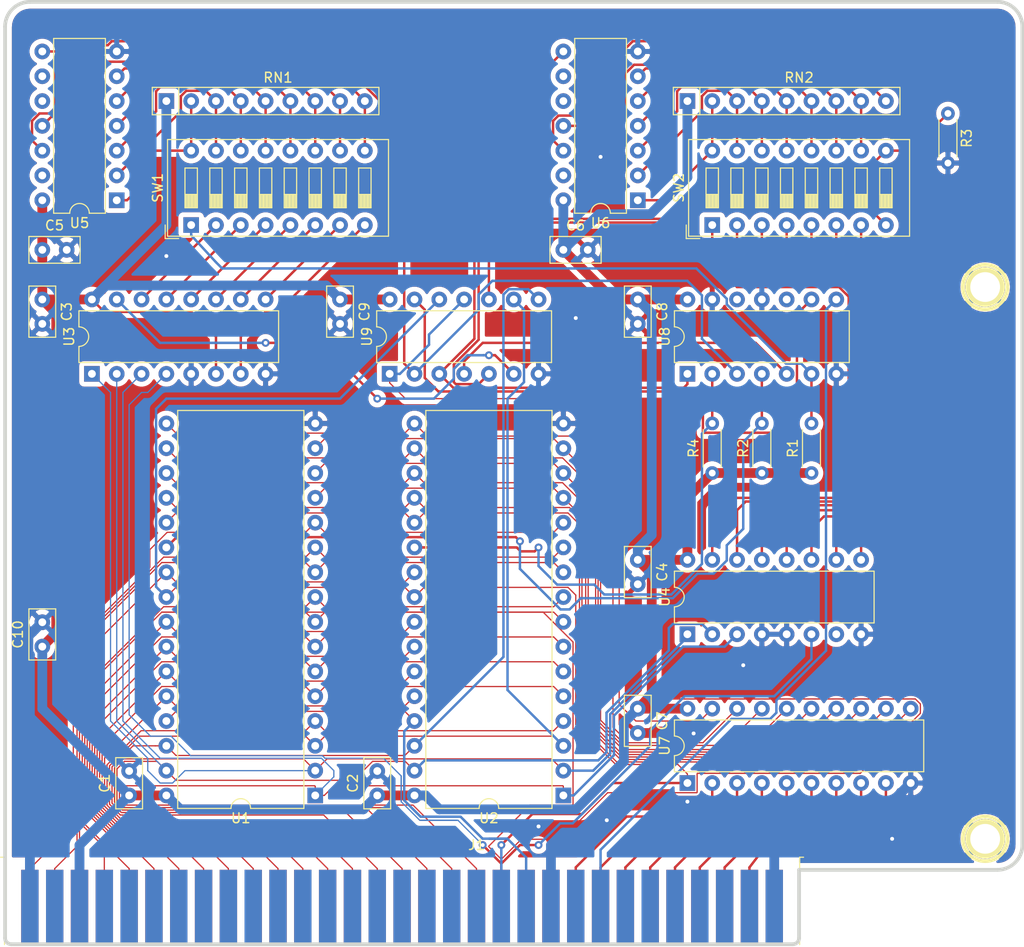
<source format=kicad_pcb>
(kicad_pcb (version 20171130) (host pcbnew "(5.1.5)-3")
  (layers (0 F.Cu signal) (31 B.Cu signal) (34 B.Paste user) (35 F.Paste user) (36 B.SilkS user) (37 F.SilkS user) (38 B.Mask user) (39 F.Mask user) (44 Edge.Cuts user))
  (net 0 "")
  (net 1 GND)
  (net 2 VCC)
  (net 3 A12)
  (net 4 A5)
  (net 5 A10)
  (net 6 "Net-(J1-Pad30)")
  (net 7 A3)
  (net 8 "Net-(J1-Pad22)")
  (net 9 "Net-(J1-Pad20)")
  (net 10 "Net-(J1-Pad28)")
  (net 11 "Net-(J1-Pad18)")
  (net 12 PC_DB2)
  (net 13 A15)
  (net 14 A2)
  (net 15 A17)
  (net 16 A19)
  (net 17 "Net-(J1-Pad21)")
  (net 18 "Net-(J1-Pad32)")
  (net 19 A0)
  (net 20 A1)
  (net 21 A4)
  (net 22 "Net-(J1-Pad26)")
  (net 23 A7)
  (net 24 "Net-(J1-Pad23)")
  (net 25 "Net-(J1-Pad25)")
  (net 26 "Net-(J1-Pad17)")
  (net 27 A14)
  (net 28 "Net-(J1-Pad16)")
  (net 29 PC_DB1)
  (net 30 "Net-(J1-Pad24)")
  (net 31 PC_DB7)
  (net 32 PC_DB4)
  (net 33 A6)
  (net 34 A13)
  (net 35 "Net-(J1-Pad42)")
  (net 36 PC_DB0)
  (net 37 PC_DB6)
  (net 38 A8)
  (net 39 "Net-(J1-Pad27)")
  (net 40 A9)
  (net 41 PC_DB3)
  (net 42 A18)
  (net 43 A16)
  (net 44 "Net-(J1-Pad19)")
  (net 45 "Net-(J1-Pad15)")
  (net 46 "Net-(J1-Pad41)")
  (net 47 A11)
  (net 48 PC_DB5)
  (net 49 "Net-(J1-Pad7)")
  (net 50 "Net-(J1-Pad6)")
  (net 51 "Net-(J1-Pad5)")
  (net 52 "Net-(J1-Pad3)")
  (net 53 "Net-(J1-Pad4)")
  (net 54 "Net-(J1-Pad14)")
  (net 55 "Net-(J1-Pad13)")
  (net 56 ~MEMR)
  (net 57 ~MEMW)
  (net 58 "Net-(J1-Pad9)")
  (net 59 ~NO_WAITSTATE)
  (net 60 "Net-(J1-Pad2)")
  (net 61 "Net-(R1-Pad2)")
  (net 62 ~RAM1_EN)
  (net 63 NO_FIRST_16KB)
  (net 64 ~RAM2_EN)
  (net 65 "Net-(RN1-Pad9)")
  (net 66 "Net-(RN1-Pad8)")
  (net 67 "Net-(RN1-Pad7)")
  (net 68 "Net-(RN1-Pad6)")
  (net 69 "Net-(RN1-Pad5)")
  (net 70 "Net-(RN1-Pad4)")
  (net 71 "Net-(RN1-Pad3)")
  (net 72 "Net-(RN1-Pad2)")
  (net 73 "Net-(RN2-Pad9)")
  (net 74 "Net-(RN2-Pad8)")
  (net 75 "Net-(RN2-Pad7)")
  (net 76 "Net-(RN2-Pad6)")
  (net 77 "Net-(RN2-Pad5)")
  (net 78 "Net-(RN2-Pad4)")
  (net 79 "Net-(RN2-Pad3)")
  (net 80 "Net-(RN2-Pad2)")
  (net 81 "Net-(SW1-Pad8)")
  (net 82 "Net-(SW1-Pad7)")
  (net 83 "Net-(SW1-Pad6)")
  (net 84 "Net-(SW1-Pad5)")
  (net 85 "Net-(SW1-Pad4)")
  (net 86 "Net-(SW1-Pad3)")
  (net 87 "Net-(SW1-Pad2)")
  (net 88 "Net-(SW2-Pad8)")
  (net 89 "Net-(SW2-Pad7)")
  (net 90 "Net-(SW2-Pad6)")
  (net 91 "Net-(SW2-Pad5)")
  (net 92 "Net-(SW2-Pad4)")
  (net 93 "Net-(SW2-Pad3)")
  (net 94 "Net-(SW2-Pad2)")
  (net 95 "Net-(SW2-Pad1)")
  (net 96 /D2)
  (net 97 /D1)
  (net 98 /D0)
  (net 99 /D7)
  (net 100 /D6)
  (net 101 /D5)
  (net 102 /D4)
  (net 103 /D3)
  (net 104 "Net-(U3-Pad15)")
  (net 105 "Net-(U4-Pad7)")
  (net 106 "Net-(U5-Pad8)")
  (net 107 "Net-(U6-Pad8)")
  (net 108 BUFFER_EN)
  (net 109 "Net-(U8-Pad12)")
  (net 110 "Net-(U8-Pad5)")
  (net 111 "Net-(U8-Pad10)")
  (net 112 "Net-(U8-Pad9)")
  (module Package_DIP:DIP-32_W15.24mm (layer F.Cu) (at 129.54 113.03 180)
    (fp_text reference U1 (at 7.62 -2.33) (layer F.SilkS))
    (fp_text value AS6C4008-55PCN)
    (pad 32 thru_hole oval (at 15.24 0 180) (size 1.6 1.6) (drill 0.8) (layers *.Cu *.Mask) (net 2 VCC))
    (pad 16 thru_hole oval (at 0 38.1 180) (size 1.6 1.6) (drill 0.8) (layers *.Cu *.Mask) (net 1 GND))
    (pad 31 thru_hole oval (at 15.24 2.54 180) (size 1.6 1.6) (drill 0.8) (layers *.Cu *.Mask) (net 15 A17))
    (pad 15 thru_hole oval (at 0 35.56 180) (size 1.6 1.6) (drill 0.8) (layers *.Cu *.Mask) (net 96 /D2))
    (pad 30 thru_hole oval (at 15.24 5.08 180) (size 1.6 1.6) (drill 0.8) (layers *.Cu *.Mask) (net 13 A15))
    (pad 14 thru_hole oval (at 0 33.02 180) (size 1.6 1.6) (drill 0.8) (layers *.Cu *.Mask) (net 97 /D1))
    (pad 29 thru_hole oval (at 15.24 7.62 180) (size 1.6 1.6) (drill 0.8) (layers *.Cu *.Mask) (net 57 ~MEMW))
    (pad 13 thru_hole oval (at 0 30.48 180) (size 1.6 1.6) (drill 0.8) (layers *.Cu *.Mask) (net 98 /D0))
    (pad 28 thru_hole oval (at 15.24 10.16 180) (size 1.6 1.6) (drill 0.8) (layers *.Cu *.Mask) (net 3 A12))
    (pad 12 thru_hole oval (at 0 27.94 180) (size 1.6 1.6) (drill 0.8) (layers *.Cu *.Mask) (net 19 A0))
    (pad 27 thru_hole oval (at 15.24 12.7 180) (size 1.6 1.6) (drill 0.8) (layers *.Cu *.Mask) (net 5 A10))
    (pad 11 thru_hole oval (at 0 25.4 180) (size 1.6 1.6) (drill 0.8) (layers *.Cu *.Mask) (net 20 A1))
    (pad 26 thru_hole oval (at 15.24 15.24 180) (size 1.6 1.6) (drill 0.8) (layers *.Cu *.Mask) (net 38 A8))
    (pad 10 thru_hole oval (at 0 22.86 180) (size 1.6 1.6) (drill 0.8) (layers *.Cu *.Mask) (net 14 A2))
    (pad 25 thru_hole oval (at 15.24 17.78 180) (size 1.6 1.6) (drill 0.8) (layers *.Cu *.Mask) (net 33 A6))
    (pad 9 thru_hole oval (at 0 20.32 180) (size 1.6 1.6) (drill 0.8) (layers *.Cu *.Mask) (net 21 A4))
    (pad 24 thru_hole oval (at 15.24 20.32 180) (size 1.6 1.6) (drill 0.8) (layers *.Cu *.Mask) (net 56 ~MEMR))
    (pad 8 thru_hole oval (at 0 17.78 180) (size 1.6 1.6) (drill 0.8) (layers *.Cu *.Mask) (net 4 A5))
    (pad 23 thru_hole oval (at 15.24 22.86 180) (size 1.6 1.6) (drill 0.8) (layers *.Cu *.Mask) (net 7 A3))
    (pad 7 thru_hole oval (at 0 15.24 180) (size 1.6 1.6) (drill 0.8) (layers *.Cu *.Mask) (net 23 A7))
    (pad 22 thru_hole oval (at 15.24 25.4 180) (size 1.6 1.6) (drill 0.8) (layers *.Cu *.Mask) (net 62 ~RAM1_EN))
    (pad 6 thru_hole oval (at 0 12.7 180) (size 1.6 1.6) (drill 0.8) (layers *.Cu *.Mask) (net 40 A9))
    (pad 21 thru_hole oval (at 15.24 27.94 180) (size 1.6 1.6) (drill 0.8) (layers *.Cu *.Mask) (net 99 /D7))
    (pad 5 thru_hole oval (at 0 10.16 180) (size 1.6 1.6) (drill 0.8) (layers *.Cu *.Mask) (net 47 A11))
    (pad 20 thru_hole oval (at 15.24 30.48 180) (size 1.6 1.6) (drill 0.8) (layers *.Cu *.Mask) (net 100 /D6))
    (pad 4 thru_hole oval (at 0 7.62 180) (size 1.6 1.6) (drill 0.8) (layers *.Cu *.Mask) (net 34 A13))
    (pad 19 thru_hole oval (at 15.24 33.02 180) (size 1.6 1.6) (drill 0.8) (layers *.Cu *.Mask) (net 101 /D5))
    (pad 3 thru_hole oval (at 0 5.08 180) (size 1.6 1.6) (drill 0.8) (layers *.Cu *.Mask) (net 27 A14))
    (pad 18 thru_hole oval (at 15.24 35.56 180) (size 1.6 1.6) (drill 0.8) (layers *.Cu *.Mask) (net 102 /D4))
    (pad 2 thru_hole oval (at 0 2.54 180) (size 1.6 1.6) (drill 0.8) (layers *.Cu *.Mask) (net 43 A16))
    (pad 17 thru_hole oval (at 15.24 38.1 180) (size 1.6 1.6) (drill 0.8) (layers *.Cu *.Mask) (net 103 /D3))
    (pad 1 thru_hole rect (at 0 0 180) (size 1.6 1.6) (drill 0.8) (layers *.Cu *.Mask) (net 42 A18))
  )
  (module Package_DIP:DIP-14_W7.62mm (layer F.Cu) (at 109.22 52.07 180)
    (fp_text reference U5 (at 3.81 -2.33) (layer F.SilkS))
    (fp_text value CD74HCT30E)
    (pad 14 thru_hole oval (at 7.62 0 180) (size 1.6 1.6) (drill 0.8) (layers *.Cu *.Mask) (net 2 VCC))
    (pad 7 thru_hole oval (at 0 15.24 180) (size 1.6 1.6) (drill 0.8) (layers *.Cu *.Mask) (net 1 GND))
    (pad 13 thru_hole oval (at 7.62 2.54 180) (size 1.6 1.6) (drill 0.8) (layers *.Cu *.Mask))
    (pad 6 thru_hole oval (at 0 12.7 180) (size 1.6 1.6) (drill 0.8) (layers *.Cu *.Mask) (net 67 "Net-(RN1-Pad7)"))
    (pad 12 thru_hole oval (at 7.62 5.08 180) (size 1.6 1.6) (drill 0.8) (layers *.Cu *.Mask) (net 65 "Net-(RN1-Pad9)"))
    (pad 5 thru_hole oval (at 0 10.16 180) (size 1.6 1.6) (drill 0.8) (layers *.Cu *.Mask) (net 68 "Net-(RN1-Pad6)"))
    (pad 11 thru_hole oval (at 7.62 7.62 180) (size 1.6 1.6) (drill 0.8) (layers *.Cu *.Mask) (net 66 "Net-(RN1-Pad8)"))
    (pad 4 thru_hole oval (at 0 7.62 180) (size 1.6 1.6) (drill 0.8) (layers *.Cu *.Mask) (net 69 "Net-(RN1-Pad5)"))
    (pad 10 thru_hole oval (at 7.62 10.16 180) (size 1.6 1.6) (drill 0.8) (layers *.Cu *.Mask))
    (pad 3 thru_hole oval (at 0 5.08 180) (size 1.6 1.6) (drill 0.8) (layers *.Cu *.Mask) (net 70 "Net-(RN1-Pad4)"))
    (pad 9 thru_hole oval (at 7.62 12.7 180) (size 1.6 1.6) (drill 0.8) (layers *.Cu *.Mask))
    (pad 2 thru_hole oval (at 0 2.54 180) (size 1.6 1.6) (drill 0.8) (layers *.Cu *.Mask) (net 71 "Net-(RN1-Pad3)"))
    (pad 8 thru_hole oval (at 7.62 15.24 180) (size 1.6 1.6) (drill 0.8) (layers *.Cu *.Mask) (net 106 "Net-(U5-Pad8)"))
    (pad 1 thru_hole rect (at 0 0 180) (size 1.6 1.6) (drill 0.8) (layers *.Cu *.Mask) (net 72 "Net-(RN1-Pad2)"))
  )
  (module Button_Switch_THT:SW_DIP_SPSTx08_Slide_9.78x22.5mm_W7.62mm_P2.54mm (layer F.Cu) (at 116.84 54.61 90)
    (fp_text reference SW1 (at 3.81 -3.42 90) (layer F.SilkS))
    (fp_text value SW_DIP_x08)
    (pad 16 thru_hole oval (at 7.62 0 90) (size 1.6 1.6) (drill 0.8) (layers *.Cu *.Mask) (net 72 "Net-(RN1-Pad2)"))
    (pad 8 thru_hole oval (at 0 17.78 90) (size 1.6 1.6) (drill 0.8) (layers *.Cu *.Mask) (net 81 "Net-(SW1-Pad8)"))
    (pad 15 thru_hole oval (at 7.62 2.54 90) (size 1.6 1.6) (drill 0.8) (layers *.Cu *.Mask) (net 71 "Net-(RN1-Pad3)"))
    (pad 7 thru_hole oval (at 0 15.24 90) (size 1.6 1.6) (drill 0.8) (layers *.Cu *.Mask) (net 82 "Net-(SW1-Pad7)"))
    (pad 14 thru_hole oval (at 7.62 5.08 90) (size 1.6 1.6) (drill 0.8) (layers *.Cu *.Mask) (net 70 "Net-(RN1-Pad4)"))
    (pad 6 thru_hole oval (at 0 12.7 90) (size 1.6 1.6) (drill 0.8) (layers *.Cu *.Mask) (net 83 "Net-(SW1-Pad6)"))
    (pad 13 thru_hole oval (at 7.62 7.62 90) (size 1.6 1.6) (drill 0.8) (layers *.Cu *.Mask) (net 69 "Net-(RN1-Pad5)"))
    (pad 5 thru_hole oval (at 0 10.16 90) (size 1.6 1.6) (drill 0.8) (layers *.Cu *.Mask) (net 84 "Net-(SW1-Pad5)"))
    (pad 12 thru_hole oval (at 7.62 10.16 90) (size 1.6 1.6) (drill 0.8) (layers *.Cu *.Mask) (net 68 "Net-(RN1-Pad6)"))
    (pad 4 thru_hole oval (at 0 7.62 90) (size 1.6 1.6) (drill 0.8) (layers *.Cu *.Mask) (net 85 "Net-(SW1-Pad4)"))
    (pad 11 thru_hole oval (at 7.62 12.7 90) (size 1.6 1.6) (drill 0.8) (layers *.Cu *.Mask) (net 67 "Net-(RN1-Pad7)"))
    (pad 3 thru_hole oval (at 0 5.08 90) (size 1.6 1.6) (drill 0.8) (layers *.Cu *.Mask) (net 86 "Net-(SW1-Pad3)"))
    (pad 10 thru_hole oval (at 7.62 15.24 90) (size 1.6 1.6) (drill 0.8) (layers *.Cu *.Mask) (net 66 "Net-(RN1-Pad8)"))
    (pad 2 thru_hole oval (at 0 2.54 90) (size 1.6 1.6) (drill 0.8) (layers *.Cu *.Mask) (net 87 "Net-(SW1-Pad2)"))
    (pad 9 thru_hole oval (at 7.62 17.78 90) (size 1.6 1.6) (drill 0.8) (layers *.Cu *.Mask) (net 65 "Net-(RN1-Pad9)"))
    (pad 1 thru_hole rect (at 0 0 90) (size 1.6 1.6) (drill 0.8) (layers *.Cu *.Mask) (net 61 "Net-(R1-Pad2)"))
  )
  (module Package_DIP:DIP-14_W7.62mm (layer F.Cu) (at 137.16 69.85 90)
    (fp_text reference U9 (at 3.81 -2.33 90) (layer F.SilkS))
    (fp_text value SN74HCT02N)
    (pad 14 thru_hole oval (at 7.62 0 90) (size 1.6 1.6) (drill 0.8) (layers *.Cu *.Mask) (net 2 VCC))
    (pad 7 thru_hole oval (at 0 15.24 90) (size 1.6 1.6) (drill 0.8) (layers *.Cu *.Mask) (net 1 GND))
    (pad 13 thru_hole oval (at 7.62 2.54 90) (size 1.6 1.6) (drill 0.8) (layers *.Cu *.Mask) (net 112 "Net-(U8-Pad9)"))
    (pad 6 thru_hole oval (at 0 12.7 90) (size 1.6 1.6) (drill 0.8) (layers *.Cu *.Mask) (net 104 "Net-(U3-Pad15)"))
    (pad 12 thru_hole oval (at 7.62 5.08 90) (size 1.6 1.6) (drill 0.8) (layers *.Cu *.Mask) (net 56 ~MEMR))
    (pad 5 thru_hole oval (at 0 10.16 90) (size 1.6 1.6) (drill 0.8) (layers *.Cu *.Mask) (net 63 NO_FIRST_16KB))
    (pad 11 thru_hole oval (at 7.62 7.62 90) (size 1.6 1.6) (drill 0.8) (layers *.Cu *.Mask) (net 108 BUFFER_EN))
    (pad 4 thru_hole oval (at 0 7.62 90) (size 1.6 1.6) (drill 0.8) (layers *.Cu *.Mask) (net 110 "Net-(U8-Pad5)"))
    (pad 10 thru_hole oval (at 7.62 10.16 90) (size 1.6 1.6) (drill 0.8) (layers *.Cu *.Mask) (net 88 "Net-(SW2-Pad8)"))
    (pad 3 thru_hole oval (at 0 5.08 90) (size 1.6 1.6) (drill 0.8) (layers *.Cu *.Mask) (net 107 "Net-(U6-Pad8)"))
    (pad 9 thru_hole oval (at 7.62 12.7 90) (size 1.6 1.6) (drill 0.8) (layers *.Cu *.Mask) (net 27 A14))
    (pad 2 thru_hole oval (at 0 2.54 90) (size 1.6 1.6) (drill 0.8) (layers *.Cu *.Mask) (net 106 "Net-(U5-Pad8)"))
    (pad 8 thru_hole oval (at 7.62 15.24 90) (size 1.6 1.6) (drill 0.8) (layers *.Cu *.Mask) (net 13 A15))
    (pad 1 thru_hole rect (at 0 0 90) (size 1.6 1.6) (drill 0.8) (layers *.Cu *.Mask) (net 108 BUFFER_EN))
  )
  (module Package_DIP:DIP-14_W7.62mm (layer F.Cu) (at 167.64 69.85 90)
    (fp_text reference U8 (at 3.81 -2.33 90) (layer F.SilkS))
    (fp_text value SN74LS05N)
    (pad 14 thru_hole oval (at 7.62 0 90) (size 1.6 1.6) (drill 0.8) (layers *.Cu *.Mask) (net 2 VCC))
    (pad 7 thru_hole oval (at 0 15.24 90) (size 1.6 1.6) (drill 0.8) (layers *.Cu *.Mask) (net 1 GND))
    (pad 13 thru_hole oval (at 7.62 2.54 90) (size 1.6 1.6) (drill 0.8) (layers *.Cu *.Mask) (net 1 GND))
    (pad 6 thru_hole oval (at 0 12.7 90) (size 1.6 1.6) (drill 0.8) (layers *.Cu *.Mask) (net 61 "Net-(R1-Pad2)"))
    (pad 12 thru_hole oval (at 7.62 5.08 90) (size 1.6 1.6) (drill 0.8) (layers *.Cu *.Mask) (net 109 "Net-(U8-Pad12)"))
    (pad 5 thru_hole oval (at 0 10.16 90) (size 1.6 1.6) (drill 0.8) (layers *.Cu *.Mask) (net 110 "Net-(U8-Pad5)"))
    (pad 11 thru_hole oval (at 7.62 7.62 90) (size 1.6 1.6) (drill 0.8) (layers *.Cu *.Mask) (net 1 GND))
    (pad 4 thru_hole oval (at 0 7.62 90) (size 1.6 1.6) (drill 0.8) (layers *.Cu *.Mask) (net 62 ~RAM1_EN))
    (pad 10 thru_hole oval (at 7.62 10.16 90) (size 1.6 1.6) (drill 0.8) (layers *.Cu *.Mask) (net 111 "Net-(U8-Pad10)"))
    (pad 3 thru_hole oval (at 0 5.08 90) (size 1.6 1.6) (drill 0.8) (layers *.Cu *.Mask) (net 106 "Net-(U5-Pad8)"))
    (pad 9 thru_hole oval (at 7.62 12.7 90) (size 1.6 1.6) (drill 0.8) (layers *.Cu *.Mask) (net 112 "Net-(U8-Pad9)"))
    (pad 2 thru_hole oval (at 0 2.54 90) (size 1.6 1.6) (drill 0.8) (layers *.Cu *.Mask) (net 64 ~RAM2_EN))
    (pad 8 thru_hole oval (at 7.62 15.24 90) (size 1.6 1.6) (drill 0.8) (layers *.Cu *.Mask) (net 59 ~NO_WAITSTATE))
    (pad 1 thru_hole rect (at 0 0 90) (size 1.6 1.6) (drill 0.8) (layers *.Cu *.Mask) (net 107 "Net-(U6-Pad8)"))
  )
  (module Package_DIP:DIP-20_W7.62mm (layer F.Cu) (at 167.64 111.76 90)
    (fp_text reference U7 (at 3.81 -2.33 90) (layer F.SilkS))
    (fp_text value SN74ACT245N)
    (pad 20 thru_hole oval (at 7.62 0 90) (size 1.6 1.6) (drill 0.8) (layers *.Cu *.Mask) (net 2 VCC))
    (pad 10 thru_hole oval (at 0 22.86 90) (size 1.6 1.6) (drill 0.8) (layers *.Cu *.Mask) (net 1 GND))
    (pad 19 thru_hole oval (at 7.62 2.54 90) (size 1.6 1.6) (drill 0.8) (layers *.Cu *.Mask) (net 108 BUFFER_EN))
    (pad 9 thru_hole oval (at 0 20.32 90) (size 1.6 1.6) (drill 0.8) (layers *.Cu *.Mask) (net 31 PC_DB7))
    (pad 18 thru_hole oval (at 7.62 5.08 90) (size 1.6 1.6) (drill 0.8) (layers *.Cu *.Mask) (net 103 /D3))
    (pad 8 thru_hole oval (at 0 17.78 90) (size 1.6 1.6) (drill 0.8) (layers *.Cu *.Mask) (net 37 PC_DB6))
    (pad 17 thru_hole oval (at 7.62 7.62 90) (size 1.6 1.6) (drill 0.8) (layers *.Cu *.Mask) (net 96 /D2))
    (pad 7 thru_hole oval (at 0 15.24 90) (size 1.6 1.6) (drill 0.8) (layers *.Cu *.Mask) (net 48 PC_DB5))
    (pad 16 thru_hole oval (at 7.62 10.16 90) (size 1.6 1.6) (drill 0.8) (layers *.Cu *.Mask) (net 102 /D4))
    (pad 6 thru_hole oval (at 0 12.7 90) (size 1.6 1.6) (drill 0.8) (layers *.Cu *.Mask) (net 32 PC_DB4))
    (pad 15 thru_hole oval (at 7.62 12.7 90) (size 1.6 1.6) (drill 0.8) (layers *.Cu *.Mask) (net 97 /D1))
    (pad 5 thru_hole oval (at 0 10.16 90) (size 1.6 1.6) (drill 0.8) (layers *.Cu *.Mask) (net 41 PC_DB3))
    (pad 14 thru_hole oval (at 7.62 15.24 90) (size 1.6 1.6) (drill 0.8) (layers *.Cu *.Mask) (net 101 /D5))
    (pad 4 thru_hole oval (at 0 7.62 90) (size 1.6 1.6) (drill 0.8) (layers *.Cu *.Mask) (net 12 PC_DB2))
    (pad 13 thru_hole oval (at 7.62 17.78 90) (size 1.6 1.6) (drill 0.8) (layers *.Cu *.Mask) (net 98 /D0))
    (pad 3 thru_hole oval (at 0 5.08 90) (size 1.6 1.6) (drill 0.8) (layers *.Cu *.Mask) (net 29 PC_DB1))
    (pad 12 thru_hole oval (at 7.62 20.32 90) (size 1.6 1.6) (drill 0.8) (layers *.Cu *.Mask) (net 100 /D6))
    (pad 2 thru_hole oval (at 0 2.54 90) (size 1.6 1.6) (drill 0.8) (layers *.Cu *.Mask) (net 36 PC_DB0))
    (pad 11 thru_hole oval (at 7.62 22.86 90) (size 1.6 1.6) (drill 0.8) (layers *.Cu *.Mask) (net 99 /D7))
    (pad 1 thru_hole rect (at 0 0 90) (size 1.6 1.6) (drill 0.8) (layers *.Cu *.Mask) (net 56 ~MEMR))
  )
  (module Package_DIP:DIP-14_W7.62mm (layer F.Cu) (at 162.56 52.07 180)
    (fp_text reference U6 (at 3.81 -2.33) (layer F.SilkS))
    (fp_text value CD74HCT30E)
    (pad 14 thru_hole oval (at 7.62 0 180) (size 1.6 1.6) (drill 0.8) (layers *.Cu *.Mask) (net 2 VCC))
    (pad 7 thru_hole oval (at 0 15.24 180) (size 1.6 1.6) (drill 0.8) (layers *.Cu *.Mask) (net 1 GND))
    (pad 13 thru_hole oval (at 7.62 2.54 180) (size 1.6 1.6) (drill 0.8) (layers *.Cu *.Mask))
    (pad 6 thru_hole oval (at 0 12.7 180) (size 1.6 1.6) (drill 0.8) (layers *.Cu *.Mask) (net 75 "Net-(RN2-Pad7)"))
    (pad 12 thru_hole oval (at 7.62 5.08 180) (size 1.6 1.6) (drill 0.8) (layers *.Cu *.Mask) (net 73 "Net-(RN2-Pad9)"))
    (pad 5 thru_hole oval (at 0 10.16 180) (size 1.6 1.6) (drill 0.8) (layers *.Cu *.Mask) (net 76 "Net-(RN2-Pad6)"))
    (pad 11 thru_hole oval (at 7.62 7.62 180) (size 1.6 1.6) (drill 0.8) (layers *.Cu *.Mask) (net 74 "Net-(RN2-Pad8)"))
    (pad 4 thru_hole oval (at 0 7.62 180) (size 1.6 1.6) (drill 0.8) (layers *.Cu *.Mask) (net 77 "Net-(RN2-Pad5)"))
    (pad 10 thru_hole oval (at 7.62 10.16 180) (size 1.6 1.6) (drill 0.8) (layers *.Cu *.Mask))
    (pad 3 thru_hole oval (at 0 5.08 180) (size 1.6 1.6) (drill 0.8) (layers *.Cu *.Mask) (net 78 "Net-(RN2-Pad4)"))
    (pad 9 thru_hole oval (at 7.62 12.7 180) (size 1.6 1.6) (drill 0.8) (layers *.Cu *.Mask))
    (pad 2 thru_hole oval (at 0 2.54 180) (size 1.6 1.6) (drill 0.8) (layers *.Cu *.Mask) (net 79 "Net-(RN2-Pad3)"))
    (pad 8 thru_hole oval (at 7.62 15.24 180) (size 1.6 1.6) (drill 0.8) (layers *.Cu *.Mask) (net 107 "Net-(U6-Pad8)"))
    (pad 1 thru_hole rect (at 0 0 180) (size 1.6 1.6) (drill 0.8) (layers *.Cu *.Mask) (net 80 "Net-(RN2-Pad2)"))
  )
  (module Package_DIP:DIP-16_W7.62mm (layer F.Cu) (at 167.64 96.52 90)
    (fp_text reference U4 (at 3.81 -2.33 90) (layer F.SilkS))
    (fp_text value SN74HCT138N)
    (pad 16 thru_hole oval (at 7.62 0 90) (size 1.6 1.6) (drill 0.8) (layers *.Cu *.Mask) (net 2 VCC))
    (pad 8 thru_hole oval (at 0 17.78 90) (size 1.6 1.6) (drill 0.8) (layers *.Cu *.Mask) (net 1 GND))
    (pad 15 thru_hole oval (at 7.62 2.54 90) (size 1.6 1.6) (drill 0.8) (layers *.Cu *.Mask) (net 95 "Net-(SW2-Pad1)"))
    (pad 7 thru_hole oval (at 0 15.24 90) (size 1.6 1.6) (drill 0.8) (layers *.Cu *.Mask) (net 105 "Net-(U4-Pad7)"))
    (pad 14 thru_hole oval (at 7.62 5.08 90) (size 1.6 1.6) (drill 0.8) (layers *.Cu *.Mask) (net 94 "Net-(SW2-Pad2)"))
    (pad 6 thru_hole oval (at 0 12.7 90) (size 1.6 1.6) (drill 0.8) (layers *.Cu *.Mask) (net 16 A19))
    (pad 13 thru_hole oval (at 7.62 7.62 90) (size 1.6 1.6) (drill 0.8) (layers *.Cu *.Mask) (net 93 "Net-(SW2-Pad3)"))
    (pad 5 thru_hole oval (at 0 10.16 90) (size 1.6 1.6) (drill 0.8) (layers *.Cu *.Mask) (net 1 GND))
    (pad 12 thru_hole oval (at 7.62 10.16 90) (size 1.6 1.6) (drill 0.8) (layers *.Cu *.Mask) (net 92 "Net-(SW2-Pad4)"))
    (pad 4 thru_hole oval (at 0 7.62 90) (size 1.6 1.6) (drill 0.8) (layers *.Cu *.Mask) (net 1 GND))
    (pad 11 thru_hole oval (at 7.62 12.7 90) (size 1.6 1.6) (drill 0.8) (layers *.Cu *.Mask) (net 91 "Net-(SW2-Pad5)"))
    (pad 3 thru_hole oval (at 0 5.08 90) (size 1.6 1.6) (drill 0.8) (layers *.Cu *.Mask) (net 42 A18))
    (pad 10 thru_hole oval (at 7.62 15.24 90) (size 1.6 1.6) (drill 0.8) (layers *.Cu *.Mask) (net 90 "Net-(SW2-Pad6)"))
    (pad 2 thru_hole oval (at 0 2.54 90) (size 1.6 1.6) (drill 0.8) (layers *.Cu *.Mask) (net 15 A17))
    (pad 9 thru_hole oval (at 7.62 17.78 90) (size 1.6 1.6) (drill 0.8) (layers *.Cu *.Mask) (net 89 "Net-(SW2-Pad7)"))
    (pad 1 thru_hole rect (at 0 0 90) (size 1.6 1.6) (drill 0.8) (layers *.Cu *.Mask) (net 43 A16))
  )
  (module Package_DIP:DIP-16_W7.62mm (layer F.Cu) (at 106.68 69.85 90)
    (fp_text reference U3 (at 3.81 -2.33 90) (layer F.SilkS))
    (fp_text value SN74HCT138N)
    (pad 16 thru_hole oval (at 7.62 0 90) (size 1.6 1.6) (drill 0.8) (layers *.Cu *.Mask) (net 2 VCC))
    (pad 8 thru_hole oval (at 0 17.78 90) (size 1.6 1.6) (drill 0.8) (layers *.Cu *.Mask) (net 1 GND))
    (pad 15 thru_hole oval (at 7.62 2.54 90) (size 1.6 1.6) (drill 0.8) (layers *.Cu *.Mask) (net 104 "Net-(U3-Pad15)"))
    (pad 7 thru_hole oval (at 0 15.24 90) (size 1.6 1.6) (drill 0.8) (layers *.Cu *.Mask) (net 81 "Net-(SW1-Pad8)"))
    (pad 14 thru_hole oval (at 7.62 5.08 90) (size 1.6 1.6) (drill 0.8) (layers *.Cu *.Mask) (net 87 "Net-(SW1-Pad2)"))
    (pad 6 thru_hole oval (at 0 12.7 90) (size 1.6 1.6) (drill 0.8) (layers *.Cu *.Mask) (net 2 VCC))
    (pad 13 thru_hole oval (at 7.62 7.62 90) (size 1.6 1.6) (drill 0.8) (layers *.Cu *.Mask) (net 86 "Net-(SW1-Pad3)"))
    (pad 5 thru_hole oval (at 0 10.16 90) (size 1.6 1.6) (drill 0.8) (layers *.Cu *.Mask) (net 1 GND))
    (pad 12 thru_hole oval (at 7.62 10.16 90) (size 1.6 1.6) (drill 0.8) (layers *.Cu *.Mask) (net 85 "Net-(SW1-Pad4)"))
    (pad 4 thru_hole oval (at 0 7.62 90) (size 1.6 1.6) (drill 0.8) (layers *.Cu *.Mask) (net 16 A19))
    (pad 11 thru_hole oval (at 7.62 12.7 90) (size 1.6 1.6) (drill 0.8) (layers *.Cu *.Mask) (net 84 "Net-(SW1-Pad5)"))
    (pad 3 thru_hole oval (at 0 5.08 90) (size 1.6 1.6) (drill 0.8) (layers *.Cu *.Mask) (net 42 A18))
    (pad 10 thru_hole oval (at 7.62 15.24 90) (size 1.6 1.6) (drill 0.8) (layers *.Cu *.Mask) (net 83 "Net-(SW1-Pad6)"))
    (pad 2 thru_hole oval (at 0 2.54 90) (size 1.6 1.6) (drill 0.8) (layers *.Cu *.Mask) (net 15 A17))
    (pad 9 thru_hole oval (at 7.62 17.78 90) (size 1.6 1.6) (drill 0.8) (layers *.Cu *.Mask) (net 82 "Net-(SW1-Pad7)"))
    (pad 1 thru_hole rect (at 0 0 90) (size 1.6 1.6) (drill 0.8) (layers *.Cu *.Mask) (net 43 A16))
  )
  (module Package_DIP:DIP-32_W15.24mm (layer F.Cu) (at 154.94 113.03 180)
    (fp_text reference U2 (at 7.62 -2.33) (layer F.SilkS))
    (fp_text value AS6C4008-55PCN)
    (pad 32 thru_hole oval (at 15.24 0 180) (size 1.6 1.6) (drill 0.8) (layers *.Cu *.Mask) (net 2 VCC))
    (pad 16 thru_hole oval (at 0 38.1 180) (size 1.6 1.6) (drill 0.8) (layers *.Cu *.Mask) (net 1 GND))
    (pad 31 thru_hole oval (at 15.24 2.54 180) (size 1.6 1.6) (drill 0.8) (layers *.Cu *.Mask) (net 15 A17))
    (pad 15 thru_hole oval (at 0 35.56 180) (size 1.6 1.6) (drill 0.8) (layers *.Cu *.Mask) (net 96 /D2))
    (pad 30 thru_hole oval (at 15.24 5.08 180) (size 1.6 1.6) (drill 0.8) (layers *.Cu *.Mask) (net 13 A15))
    (pad 14 thru_hole oval (at 0 33.02 180) (size 1.6 1.6) (drill 0.8) (layers *.Cu *.Mask) (net 97 /D1))
    (pad 29 thru_hole oval (at 15.24 7.62 180) (size 1.6 1.6) (drill 0.8) (layers *.Cu *.Mask) (net 57 ~MEMW))
    (pad 13 thru_hole oval (at 0 30.48 180) (size 1.6 1.6) (drill 0.8) (layers *.Cu *.Mask) (net 98 /D0))
    (pad 28 thru_hole oval (at 15.24 10.16 180) (size 1.6 1.6) (drill 0.8) (layers *.Cu *.Mask) (net 3 A12))
    (pad 12 thru_hole oval (at 0 27.94 180) (size 1.6 1.6) (drill 0.8) (layers *.Cu *.Mask) (net 19 A0))
    (pad 27 thru_hole oval (at 15.24 12.7 180) (size 1.6 1.6) (drill 0.8) (layers *.Cu *.Mask) (net 5 A10))
    (pad 11 thru_hole oval (at 0 25.4 180) (size 1.6 1.6) (drill 0.8) (layers *.Cu *.Mask) (net 20 A1))
    (pad 26 thru_hole oval (at 15.24 15.24 180) (size 1.6 1.6) (drill 0.8) (layers *.Cu *.Mask) (net 38 A8))
    (pad 10 thru_hole oval (at 0 22.86 180) (size 1.6 1.6) (drill 0.8) (layers *.Cu *.Mask) (net 14 A2))
    (pad 25 thru_hole oval (at 15.24 17.78 180) (size 1.6 1.6) (drill 0.8) (layers *.Cu *.Mask) (net 33 A6))
    (pad 9 thru_hole oval (at 0 20.32 180) (size 1.6 1.6) (drill 0.8) (layers *.Cu *.Mask) (net 21 A4))
    (pad 24 thru_hole oval (at 15.24 20.32 180) (size 1.6 1.6) (drill 0.8) (layers *.Cu *.Mask) (net 56 ~MEMR))
    (pad 8 thru_hole oval (at 0 17.78 180) (size 1.6 1.6) (drill 0.8) (layers *.Cu *.Mask) (net 4 A5))
    (pad 23 thru_hole oval (at 15.24 22.86 180) (size 1.6 1.6) (drill 0.8) (layers *.Cu *.Mask) (net 7 A3))
    (pad 7 thru_hole oval (at 0 15.24 180) (size 1.6 1.6) (drill 0.8) (layers *.Cu *.Mask) (net 23 A7))
    (pad 22 thru_hole oval (at 15.24 25.4 180) (size 1.6 1.6) (drill 0.8) (layers *.Cu *.Mask) (net 64 ~RAM2_EN))
    (pad 6 thru_hole oval (at 0 12.7 180) (size 1.6 1.6) (drill 0.8) (layers *.Cu *.Mask) (net 40 A9))
    (pad 21 thru_hole oval (at 15.24 27.94 180) (size 1.6 1.6) (drill 0.8) (layers *.Cu *.Mask) (net 99 /D7))
    (pad 5 thru_hole oval (at 0 10.16 180) (size 1.6 1.6) (drill 0.8) (layers *.Cu *.Mask) (net 47 A11))
    (pad 20 thru_hole oval (at 15.24 30.48 180) (size 1.6 1.6) (drill 0.8) (layers *.Cu *.Mask) (net 100 /D6))
    (pad 4 thru_hole oval (at 0 7.62 180) (size 1.6 1.6) (drill 0.8) (layers *.Cu *.Mask) (net 34 A13))
    (pad 19 thru_hole oval (at 15.24 33.02 180) (size 1.6 1.6) (drill 0.8) (layers *.Cu *.Mask) (net 101 /D5))
    (pad 3 thru_hole oval (at 0 5.08 180) (size 1.6 1.6) (drill 0.8) (layers *.Cu *.Mask) (net 27 A14))
    (pad 18 thru_hole oval (at 15.24 35.56 180) (size 1.6 1.6) (drill 0.8) (layers *.Cu *.Mask) (net 102 /D4))
    (pad 2 thru_hole oval (at 0 2.54 180) (size 1.6 1.6) (drill 0.8) (layers *.Cu *.Mask) (net 43 A16))
    (pad 17 thru_hole oval (at 15.24 38.1 180) (size 1.6 1.6) (drill 0.8) (layers *.Cu *.Mask) (net 103 /D3))
    (pad 1 thru_hole rect (at 0 0 180) (size 1.6 1.6) (drill 0.8) (layers *.Cu *.Mask) (net 42 A18))
  )
  (module Button_Switch_THT:SW_DIP_SPSTx08_Slide_9.78x22.5mm_W7.62mm_P2.54mm (layer F.Cu) (at 170.18 54.61 90)
    (fp_text reference SW2 (at 3.81 -3.42 90) (layer F.SilkS))
    (fp_text value SW_DIP_x08)
    (pad 16 thru_hole oval (at 7.62 0 90) (size 1.6 1.6) (drill 0.8) (layers *.Cu *.Mask) (net 80 "Net-(RN2-Pad2)"))
    (pad 8 thru_hole oval (at 0 17.78 90) (size 1.6 1.6) (drill 0.8) (layers *.Cu *.Mask) (net 88 "Net-(SW2-Pad8)"))
    (pad 15 thru_hole oval (at 7.62 2.54 90) (size 1.6 1.6) (drill 0.8) (layers *.Cu *.Mask) (net 79 "Net-(RN2-Pad3)"))
    (pad 7 thru_hole oval (at 0 15.24 90) (size 1.6 1.6) (drill 0.8) (layers *.Cu *.Mask) (net 89 "Net-(SW2-Pad7)"))
    (pad 14 thru_hole oval (at 7.62 5.08 90) (size 1.6 1.6) (drill 0.8) (layers *.Cu *.Mask) (net 78 "Net-(RN2-Pad4)"))
    (pad 6 thru_hole oval (at 0 12.7 90) (size 1.6 1.6) (drill 0.8) (layers *.Cu *.Mask) (net 90 "Net-(SW2-Pad6)"))
    (pad 13 thru_hole oval (at 7.62 7.62 90) (size 1.6 1.6) (drill 0.8) (layers *.Cu *.Mask) (net 77 "Net-(RN2-Pad5)"))
    (pad 5 thru_hole oval (at 0 10.16 90) (size 1.6 1.6) (drill 0.8) (layers *.Cu *.Mask) (net 91 "Net-(SW2-Pad5)"))
    (pad 12 thru_hole oval (at 7.62 10.16 90) (size 1.6 1.6) (drill 0.8) (layers *.Cu *.Mask) (net 76 "Net-(RN2-Pad6)"))
    (pad 4 thru_hole oval (at 0 7.62 90) (size 1.6 1.6) (drill 0.8) (layers *.Cu *.Mask) (net 92 "Net-(SW2-Pad4)"))
    (pad 11 thru_hole oval (at 7.62 12.7 90) (size 1.6 1.6) (drill 0.8) (layers *.Cu *.Mask) (net 75 "Net-(RN2-Pad7)"))
    (pad 3 thru_hole oval (at 0 5.08 90) (size 1.6 1.6) (drill 0.8) (layers *.Cu *.Mask) (net 93 "Net-(SW2-Pad3)"))
    (pad 10 thru_hole oval (at 7.62 15.24 90) (size 1.6 1.6) (drill 0.8) (layers *.Cu *.Mask) (net 74 "Net-(RN2-Pad8)"))
    (pad 2 thru_hole oval (at 0 2.54 90) (size 1.6 1.6) (drill 0.8) (layers *.Cu *.Mask) (net 94 "Net-(SW2-Pad2)"))
    (pad 9 thru_hole oval (at 7.62 17.78 90) (size 1.6 1.6) (drill 0.8) (layers *.Cu *.Mask) (net 63 NO_FIRST_16KB))
    (pad 1 thru_hole rect (at 0 0 90) (size 1.6 1.6) (drill 0.8) (layers *.Cu *.Mask) (net 95 "Net-(SW2-Pad1)"))
  )
  (module Resistor_THT:R_Array_SIP9 (layer F.Cu) (at 167.64 41.91)
    (fp_text reference RN2 (at 11.43 -2.4) (layer F.SilkS))
    (fp_text value R_Network08)
    (pad 9 thru_hole oval (at 20.32 0) (size 1.6 1.6) (drill 0.8) (layers *.Cu *.Mask) (net 73 "Net-(RN2-Pad9)"))
    (pad 8 thru_hole oval (at 17.78 0) (size 1.6 1.6) (drill 0.8) (layers *.Cu *.Mask) (net 74 "Net-(RN2-Pad8)"))
    (pad 7 thru_hole oval (at 15.24 0) (size 1.6 1.6) (drill 0.8) (layers *.Cu *.Mask) (net 75 "Net-(RN2-Pad7)"))
    (pad 6 thru_hole oval (at 12.7 0) (size 1.6 1.6) (drill 0.8) (layers *.Cu *.Mask) (net 76 "Net-(RN2-Pad6)"))
    (pad 5 thru_hole oval (at 10.16 0) (size 1.6 1.6) (drill 0.8) (layers *.Cu *.Mask) (net 77 "Net-(RN2-Pad5)"))
    (pad 4 thru_hole oval (at 7.62 0) (size 1.6 1.6) (drill 0.8) (layers *.Cu *.Mask) (net 78 "Net-(RN2-Pad4)"))
    (pad 3 thru_hole oval (at 5.08 0) (size 1.6 1.6) (drill 0.8) (layers *.Cu *.Mask) (net 79 "Net-(RN2-Pad3)"))
    (pad 2 thru_hole oval (at 2.54 0) (size 1.6 1.6) (drill 0.8) (layers *.Cu *.Mask) (net 80 "Net-(RN2-Pad2)"))
    (pad 1 thru_hole rect (at 0 0) (size 1.6 1.6) (drill 0.8) (layers *.Cu *.Mask) (net 2 VCC))
  )
  (module Resistor_THT:R_Array_SIP9 (layer F.Cu) (at 114.3 41.91)
    (fp_text reference RN1 (at 11.43 -2.4) (layer F.SilkS))
    (fp_text value R_Network08)
    (pad 9 thru_hole oval (at 20.32 0) (size 1.6 1.6) (drill 0.8) (layers *.Cu *.Mask) (net 65 "Net-(RN1-Pad9)"))
    (pad 8 thru_hole oval (at 17.78 0) (size 1.6 1.6) (drill 0.8) (layers *.Cu *.Mask) (net 66 "Net-(RN1-Pad8)"))
    (pad 7 thru_hole oval (at 15.24 0) (size 1.6 1.6) (drill 0.8) (layers *.Cu *.Mask) (net 67 "Net-(RN1-Pad7)"))
    (pad 6 thru_hole oval (at 12.7 0) (size 1.6 1.6) (drill 0.8) (layers *.Cu *.Mask) (net 68 "Net-(RN1-Pad6)"))
    (pad 5 thru_hole oval (at 10.16 0) (size 1.6 1.6) (drill 0.8) (layers *.Cu *.Mask) (net 69 "Net-(RN1-Pad5)"))
    (pad 4 thru_hole oval (at 7.62 0) (size 1.6 1.6) (drill 0.8) (layers *.Cu *.Mask) (net 70 "Net-(RN1-Pad4)"))
    (pad 3 thru_hole oval (at 5.08 0) (size 1.6 1.6) (drill 0.8) (layers *.Cu *.Mask) (net 71 "Net-(RN1-Pad3)"))
    (pad 2 thru_hole oval (at 2.54 0) (size 1.6 1.6) (drill 0.8) (layers *.Cu *.Mask) (net 72 "Net-(RN1-Pad2)"))
    (pad 1 thru_hole rect (at 0 0) (size 1.6 1.6) (drill 0.8) (layers *.Cu *.Mask) (net 2 VCC))
  )
  (module Resistor_THT:R_Axial_DIN0204_L3.6mm_D1.6mm_P5.08mm_Horizontal (layer F.Cu) (at 170.18 80.01 90)
    (fp_text reference R4 (at 2.54 -1.92 90) (layer F.SilkS))
    (fp_text value 10K)
    (pad 2 thru_hole oval (at 5.08 0 90) (size 1.4 1.4) (drill 0.7) (layers *.Cu *.Mask) (net 64 ~RAM2_EN))
    (pad 1 thru_hole circle (at 0 0 90) (size 1.4 1.4) (drill 0.7) (layers *.Cu *.Mask) (net 2 VCC))
  )
  (module Resistor_THT:R_Axial_DIN0204_L3.6mm_D1.6mm_P5.08mm_Horizontal (layer F.Cu) (at 194.31 43.18 270)
    (fp_text reference R3 (at 2.54 -1.92 90) (layer F.SilkS))
    (fp_text value 10K)
    (pad 2 thru_hole oval (at 5.08 0 270) (size 1.4 1.4) (drill 0.7) (layers *.Cu *.Mask) (net 1 GND))
    (pad 1 thru_hole circle (at 0 0 270) (size 1.4 1.4) (drill 0.7) (layers *.Cu *.Mask) (net 63 NO_FIRST_16KB))
  )
  (module Resistor_THT:R_Axial_DIN0204_L3.6mm_D1.6mm_P5.08mm_Horizontal (layer F.Cu) (at 175.26 80.01 90)
    (fp_text reference R2 (at 2.54 -1.92 90) (layer F.SilkS))
    (fp_text value 10K)
    (pad 2 thru_hole oval (at 5.08 0 90) (size 1.4 1.4) (drill 0.7) (layers *.Cu *.Mask) (net 62 ~RAM1_EN))
    (pad 1 thru_hole circle (at 0 0 90) (size 1.4 1.4) (drill 0.7) (layers *.Cu *.Mask) (net 2 VCC))
  )
  (module Resistor_THT:R_Axial_DIN0204_L3.6mm_D1.6mm_P5.08mm_Horizontal (layer F.Cu) (at 180.34 80.01 90)
    (fp_text reference R1 (at 2.54 -1.92 90) (layer F.SilkS))
    (fp_text value 10K)
    (pad 1 thru_hole circle (at 0 0 90) (size 1.4 1.4) (drill 0.7) (layers *.Cu *.Mask) (net 2 VCC))
    (pad 2 thru_hole oval (at 5.08 0 90) (size 1.4 1.4) (drill 0.7) (layers *.Cu *.Mask) (net 61 "Net-(R1-Pad2)"))
  )
  (module RAMBoard:BUS_XT (layer F.Cu) (at 176.53 124.46)
    (fp_text reference J1 (at -30.48 -6.35) (layer F.SilkS))
    (fp_text value Bus_ISA_8bit)
    (pad 50 connect rect (at -45.72 0) (size 1.78 7.62) (layers F.Cu F.Mask) (net 3 A12))
    (pad 57 connect rect (at -63.5 0) (size 1.78 7.62) (layers F.Cu F.Mask) (net 4 A5))
    (pad 52 connect rect (at -50.8 0) (size 1.78 7.62) (layers F.Cu F.Mask) (net 5 A10))
    (pad 30 connect rect (at -73.66 0) (size 1.78 7.62) (layers B.Cu B.Mask) (net 6 "Net-(J1-Pad30)"))
    (pad 59 connect rect (at -68.58 0) (size 1.78 7.62) (layers F.Cu F.Mask) (net 7 A3))
    (pad 22 connect rect (at -53.34 0) (size 1.78 7.62) (layers B.Cu B.Mask) (net 8 "Net-(J1-Pad22)"))
    (pad 20 connect rect (at -48.26 0) (size 1.78 7.62) (layers B.Cu B.Mask) (net 9 "Net-(J1-Pad20)"))
    (pad 28 connect rect (at -68.58 0) (size 1.78 7.62) (layers B.Cu B.Mask) (net 10 "Net-(J1-Pad28)"))
    (pad 18 connect rect (at -43.18 0) (size 1.78 7.62) (layers B.Cu B.Mask) (net 11 "Net-(J1-Pad18)"))
    (pad 38 connect rect (at -15.24 0) (size 1.78 7.62) (layers F.Cu F.Mask) (net 12 PC_DB2))
    (pad 47 connect rect (at -38.1 0) (size 1.78 7.62) (layers F.Cu F.Mask) (net 13 A15))
    (pad 60 connect rect (at -71.12 0) (size 1.78 7.62) (layers F.Cu F.Mask) (net 14 A2))
    (pad 45 connect rect (at -33.02 0) (size 1.78 7.62) (layers F.Cu F.Mask) (net 15 A17))
    (pad 43 connect rect (at -27.94 0) (size 1.78 7.62) (layers F.Cu F.Mask) (net 16 A19))
    (pad 21 connect rect (at -50.8 0) (size 1.78 7.62) (layers B.Cu B.Mask) (net 17 "Net-(J1-Pad21)"))
    (pad 32 connect rect (at 0 0) (size 1.78 7.62) (layers F.Cu F.Mask) (net 18 "Net-(J1-Pad32)"))
    (pad 62 connect rect (at -76.2 0) (size 1.78 7.62) (layers F.Cu F.Mask) (net 19 A0))
    (pad 61 connect rect (at -73.66 0) (size 1.78 7.62) (layers F.Cu F.Mask) (net 20 A1))
    (pad 58 connect rect (at -66.04 0) (size 1.78 7.62) (layers F.Cu F.Mask) (net 21 A4))
    (pad 26 connect rect (at -63.5 0) (size 1.78 7.62) (layers B.Cu B.Mask) (net 22 "Net-(J1-Pad26)"))
    (pad 55 connect rect (at -58.42 0) (size 1.78 7.62) (layers F.Cu F.Mask) (net 23 A7))
    (pad 23 connect rect (at -55.88 0) (size 1.78 7.62) (layers B.Cu B.Mask) (net 24 "Net-(J1-Pad23)"))
    (pad 25 connect rect (at -60.96 0) (size 1.78 7.62) (layers B.Cu B.Mask) (net 25 "Net-(J1-Pad25)"))
    (pad 17 connect rect (at -40.64 0) (size 1.78 7.62) (layers B.Cu B.Mask) (net 26 "Net-(J1-Pad17)"))
    (pad 48 connect rect (at -40.64 0) (size 1.78 7.62) (layers F.Cu F.Mask) (net 27 A14))
    (pad 16 connect rect (at -38.1 0) (size 1.78 7.62) (layers B.Cu B.Mask) (net 28 "Net-(J1-Pad16)"))
    (pad 39 connect rect (at -17.78 0) (size 1.78 7.62) (layers F.Cu F.Mask) (net 29 PC_DB1))
    (pad 24 connect rect (at -58.42 0) (size 1.78 7.62) (layers B.Cu B.Mask) (net 30 "Net-(J1-Pad24)"))
    (pad 33 connect rect (at -2.54 0) (size 1.78 7.62) (layers F.Cu F.Mask) (net 31 PC_DB7))
    (pad 36 connect rect (at -10.16 0) (size 1.78 7.62) (layers F.Cu F.Mask) (net 32 PC_DB4))
    (pad 56 connect rect (at -60.96 0) (size 1.78 7.62) (layers F.Cu F.Mask) (net 33 A6))
    (pad 49 connect rect (at -43.18 0) (size 1.78 7.62) (layers F.Cu F.Mask) (net 34 A13))
    (pad 42 connect rect (at -25.4 0) (size 1.78 7.62) (layers F.Cu F.Mask) (net 35 "Net-(J1-Pad42)"))
    (pad 40 connect rect (at -20.32 0) (size 1.78 7.62) (layers F.Cu F.Mask) (net 36 PC_DB0))
    (pad 34 connect rect (at -5.08 0) (size 1.78 7.62) (layers F.Cu F.Mask) (net 37 PC_DB6))
    (pad 54 connect rect (at -55.88 0) (size 1.78 7.62) (layers F.Cu F.Mask) (net 38 A8))
    (pad 27 connect rect (at -66.04 0) (size 1.78 7.62) (layers B.Cu B.Mask) (net 39 "Net-(J1-Pad27)"))
    (pad 53 connect rect (at -53.34 0) (size 1.78 7.62) (layers F.Cu F.Mask) (net 40 A9))
    (pad 31 connect rect (at -76.2 0) (size 1.78 7.62) (layers B.Cu B.Mask) (net 1 GND))
    (pad 37 connect rect (at -12.7 0) (size 1.78 7.62) (layers F.Cu F.Mask) (net 41 PC_DB3))
    (pad 44 connect rect (at -30.48 0) (size 1.78 7.62) (layers F.Cu F.Mask) (net 42 A18))
    (pad 46 connect rect (at -35.56 0) (size 1.78 7.62) (layers F.Cu F.Mask) (net 43 A16))
    (pad 19 connect rect (at -45.72 0) (size 1.78 7.62) (layers B.Cu B.Mask) (net 44 "Net-(J1-Pad19)"))
    (pad 15 connect rect (at -35.56 0) (size 1.78 7.62) (layers B.Cu B.Mask) (net 45 "Net-(J1-Pad15)"))
    (pad 41 connect rect (at -22.86 0) (size 1.78 7.62) (layers F.Cu F.Mask) (net 46 "Net-(J1-Pad41)"))
    (pad 51 connect rect (at -48.26 0) (size 1.78 7.62) (layers F.Cu F.Mask) (net 47 A11))
    (pad 35 connect rect (at -7.62 0) (size 1.78 7.62) (layers F.Cu F.Mask) (net 48 PC_DB5))
    (pad 29 connect rect (at -71.12 0) (size 1.78 7.62) (layers B.Cu B.Mask) (net 2 VCC))
    (pad 7 connect rect (at -15.24 0) (size 1.78 7.62) (layers B.Cu B.Mask) (net 49 "Net-(J1-Pad7)"))
    (pad 6 connect rect (at -12.7 0) (size 1.78 7.62) (layers B.Cu B.Mask) (net 50 "Net-(J1-Pad6)"))
    (pad 5 connect rect (at -10.16 0) (size 1.78 7.62) (layers B.Cu B.Mask) (net 51 "Net-(J1-Pad5)"))
    (pad 3 connect rect (at -5.08 0) (size 1.78 7.62) (layers B.Cu B.Mask) (net 52 "Net-(J1-Pad3)"))
    (pad 4 connect rect (at -7.62 0) (size 1.78 7.62) (layers B.Cu B.Mask) (net 53 "Net-(J1-Pad4)"))
    (pad 14 connect rect (at -33.02 0) (size 1.78 7.62) (layers B.Cu B.Mask) (net 54 "Net-(J1-Pad14)"))
    (pad 13 connect rect (at -30.48 0) (size 1.78 7.62) (layers B.Cu B.Mask) (net 55 "Net-(J1-Pad13)"))
    (pad 12 connect rect (at -27.94 0) (size 1.78 7.62) (layers B.Cu B.Mask) (net 56 ~MEMR))
    (pad 11 connect rect (at -25.4 0) (size 1.78 7.62) (layers B.Cu B.Mask) (net 57 ~MEMW))
    (pad 10 connect rect (at -22.86 0) (size 1.78 7.62) (layers B.Cu B.Mask) (net 1 GND))
    (pad 9 connect rect (at -20.32 0) (size 1.78 7.62) (layers B.Cu B.Mask) (net 58 "Net-(J1-Pad9)"))
    (pad 8 connect rect (at -17.78 0) (size 1.78 7.62) (layers B.Cu B.Mask) (net 59 ~NO_WAITSTATE))
    (pad 2 connect rect (at -2.54 0) (size 1.78 7.62) (layers B.Cu B.Mask) (net 60 "Net-(J1-Pad2)"))
    (pad 1 connect rect (at 0 0) (size 1.78 7.62) (layers B.Cu B.Mask) (net 1 GND))
  )
  (module Capacitor_THT:C_Disc_D5.0mm_W2.5mm_P2.50mm (layer F.Cu) (at 132.08 62.23 270)
    (fp_text reference C9 (at 1.25 -2.5 90) (layer F.SilkS))
    (fp_text value 100n)
    (pad 2 thru_hole circle (at 2.5 0 270) (size 1.6 1.6) (drill 0.8) (layers *.Cu *.Mask) (net 1 GND))
    (pad 1 thru_hole circle (at 0 0 270) (size 1.6 1.6) (drill 0.8) (layers *.Cu *.Mask) (net 2 VCC))
  )
  (module Capacitor_THT:C_Disc_D5.0mm_W2.5mm_P2.50mm (layer F.Cu) (at 162.56 62.23 270)
    (fp_text reference C8 (at 1.25 -2.5 90) (layer F.SilkS))
    (fp_text value 100n)
    (pad 2 thru_hole circle (at 2.5 0 270) (size 1.6 1.6) (drill 0.8) (layers *.Cu *.Mask) (net 1 GND))
    (pad 1 thru_hole circle (at 0 0 270) (size 1.6 1.6) (drill 0.8) (layers *.Cu *.Mask) (net 2 VCC))
  )
  (module Capacitor_THT:C_Disc_D5.0mm_W2.5mm_P2.50mm (layer F.Cu) (at 162.56 104.14 270)
    (fp_text reference C7 (at 1.25 -2.5 90) (layer F.SilkS))
    (fp_text value 100n)
    (pad 2 thru_hole circle (at 2.5 0 270) (size 1.6 1.6) (drill 0.8) (layers *.Cu *.Mask) (net 1 GND))
    (pad 1 thru_hole circle (at 0 0 270) (size 1.6 1.6) (drill 0.8) (layers *.Cu *.Mask) (net 2 VCC))
  )
  (module Capacitor_THT:C_Disc_D5.0mm_W2.5mm_P2.50mm (layer F.Cu) (at 154.94 57.15)
    (fp_text reference C6 (at 1.25 -2.5) (layer F.SilkS))
    (fp_text value 100n)
    (pad 2 thru_hole circle (at 2.5 0) (size 1.6 1.6) (drill 0.8) (layers *.Cu *.Mask) (net 1 GND))
    (pad 1 thru_hole circle (at 0 0) (size 1.6 1.6) (drill 0.8) (layers *.Cu *.Mask) (net 2 VCC))
  )
  (module Capacitor_THT:C_Disc_D5.0mm_W2.5mm_P2.50mm (layer F.Cu) (at 101.6 57.15)
    (fp_text reference C5 (at 1.25 -2.5) (layer F.SilkS))
    (fp_text value 100n)
    (pad 2 thru_hole circle (at 2.5 0) (size 1.6 1.6) (drill 0.8) (layers *.Cu *.Mask) (net 1 GND))
    (pad 1 thru_hole circle (at 0 0) (size 1.6 1.6) (drill 0.8) (layers *.Cu *.Mask) (net 2 VCC))
  )
  (module Capacitor_THT:C_Disc_D5.0mm_W2.5mm_P2.50mm (layer F.Cu) (at 162.56 88.9 270)
    (fp_text reference C4 (at 1.25 -2.5 90) (layer F.SilkS))
    (fp_text value 100n)
    (pad 2 thru_hole circle (at 2.5 0 270) (size 1.6 1.6) (drill 0.8) (layers *.Cu *.Mask) (net 1 GND))
    (pad 1 thru_hole circle (at 0 0 270) (size 1.6 1.6) (drill 0.8) (layers *.Cu *.Mask) (net 2 VCC))
  )
  (module Capacitor_THT:C_Disc_D5.0mm_W2.5mm_P2.50mm (layer F.Cu) (at 101.6 62.23 270)
    (fp_text reference C3 (at 1.25 -2.5 90) (layer F.SilkS))
    (fp_text value 100n)
    (pad 2 thru_hole circle (at 2.5 0 270) (size 1.6 1.6) (drill 0.8) (layers *.Cu *.Mask) (net 1 GND))
    (pad 1 thru_hole circle (at 0 0 270) (size 1.6 1.6) (drill 0.8) (layers *.Cu *.Mask) (net 2 VCC))
  )
  (module Capacitor_THT:C_Disc_D5.0mm_W2.5mm_P2.50mm (layer F.Cu) (at 135.89 113.03 90)
    (fp_text reference C2 (at 1.25 -2.5 90) (layer F.SilkS))
    (fp_text value 100n)
    (pad 2 thru_hole circle (at 2.5 0 90) (size 1.6 1.6) (drill 0.8) (layers *.Cu *.Mask) (net 1 GND))
    (pad 1 thru_hole circle (at 0 0 90) (size 1.6 1.6) (drill 0.8) (layers *.Cu *.Mask) (net 2 VCC))
  )
  (module Capacitor_THT:C_Disc_D5.0mm_W2.5mm_P2.50mm (layer F.Cu) (at 110.49 113.03 90)
    (fp_text reference C1 (at 1.25 -2.5 90) (layer F.SilkS))
    (fp_text value 100n)
    (pad 2 thru_hole circle (at 2.5 0 90) (size 1.6 1.6) (drill 0.8) (layers *.Cu *.Mask) (net 1 GND))
    (pad 1 thru_hole circle (at 0 0 90) (size 1.6 1.6) (drill 0.8) (layers *.Cu *.Mask) (net 2 VCC))
  )
  (module Capacitor_THT:C_Disc_D5.0mm_W2.5mm_P2.50mm (layer F.Cu) (at 101.6 97.79 90)
    (fp_text reference C10 (at 1.25 -2.5 90) (layer F.SilkS))
    (fp_text value 10u)
    (pad 2 thru_hole circle (at 2.5 0 90) (size 1.6 1.6) (drill 0.8) (layers *.Cu *.Mask) (net 1 GND))
    (pad 1 thru_hole circle (at 0 0 90) (size 1.6 1.6) (drill 0.8) (layers *.Cu *.Mask) (net 2 VCC))
  )
  (module HOLE_3MM (layer F.Cu) (at 198.12 117.475)
    (fp_text reference HOLE2 hide)
    (fp_text value CONN_1 hide)
    (pad 1 thru_hole circle (at 0 0) (size 4.064 4.064) (drill 3.048) (layers *.Cu *.Mask F.SilkS) (net 1 GND))
  )
  (module HOLE_3MM (layer F.Cu) (at 198.12 60.96)
    (fp_text reference HOLE1 hide)
    (fp_text value CONN_1 hide)
    (pad 1 thru_hole circle (at 0 0) (size 4.064 4.064) (drill 3.048) (layers *.Cu *.Mask F.SilkS) (net 1 GND))
  )
  (gr_line (start 201.93 118.11) (end 201.93 34.29) (angle 90) (layer Edge.Cuts) (width 0.381))
  (gr_line (start 199.39 120.65) (end 179.07 120.65) (angle 90) (layer Edge.Cuts) (width 0.381))
  (gr_arc (start 199.39 34.29) (end 199.39 31.75) (angle 90) (layer Edge.Cuts) (width 0.381))
  (gr_arc (start 100.33 34.29) (end 97.79 34.29) (angle 90) (layer Edge.Cuts) (width 0.381))
  (gr_line (start 179.07 127.635) (end 179.07 120.65) (angle 90) (layer Edge.Cuts) (width 0.381))
  (gr_line (start 98.425 128.27) (end 178.435 128.27) (angle 90) (layer Edge.Cuts) (width 0.381))
  (gr_arc (start 199.39 118.11) (end 201.93 118.11) (angle 90) (layer Edge.Cuts) (width 0.381))
  (gr_line (start 100.33 31.75) (end 199.39 31.75) (angle 90) (layer Edge.Cuts) (width 0.381))
  (gr_arc (start 98.425 127.635) (end 98.425 128.27) (angle 90) (layer Edge.Cuts) (width 0.381))
  (gr_arc (start 178.435 127.635) (end 179.07 127.635) (angle 90) (layer Edge.Cuts) (width 0.381))
  (gr_line (start 97.79 127.635) (end 97.79 34.29) (angle 90) (layer Edge.Cuts) (width 0.381))
  (via (at 159.385 115.57) (size 0.8) (drill 0.4) (layers F.Cu B.Cu) (net 1))
  (segment (start 176.53 124.46) (end 176.53 118.11) (width 1) (layer B.Cu) (net 1))
  (segment (start 184.15 118.11) (end 190.5 111.76) (width 1) (layer B.Cu) (net 1))
  (segment (start 176.53 118.11) (end 184.15 118.11) (width 1) (layer B.Cu) (net 1))
  (segment (start 100.172999 96.717001) (end 100.800001 96.089999) (width 1) (layer B.Cu) (net 1))
  (segment (start 100.800001 96.089999) (end 101.6 95.29) (width 1) (layer B.Cu) (net 1))
  (segment (start 100.33 98.631962) (end 100.172999 98.474961) (width 1) (layer B.Cu) (net 1))
  (segment (start 100.172999 98.474961) (end 100.172999 96.717001) (width 1) (layer B.Cu) (net 1))
  (segment (start 100.33 124.46) (end 100.33 98.631962) (width 1) (layer B.Cu) (net 1))
  (segment (start 153.67 124.46) (end 153.67 118.11) (width 1) (layer B.Cu) (net 1))
  (segment (start 153.67 118.11) (end 154.94 116.84) (width 1) (layer B.Cu) (net 1))
  (segment (start 158.115 116.84) (end 159.385 115.57) (width 1) (layer B.Cu) (net 1))
  (segment (start 154.94 116.84) (end 158.115 116.84) (width 1) (layer B.Cu) (net 1))
  (via (at 168.275 106.68) (size 0.8) (drill 0.4) (layers F.Cu B.Cu) (net 1))
  (via (at 188.595 117.475) (size 0.8) (drill 0.4) (layers F.Cu B.Cu) (net 1))
  (via (at 156.21 64.135) (size 0.8) (drill 0.4) (layers F.Cu B.Cu) (net 1))
  (via (at 173.355 99.695) (size 0.8) (drill 0.4) (layers F.Cu B.Cu) (net 1))
  (via (at 114.3 57.785) (size 0.8) (drill 0.4) (layers F.Cu B.Cu) (net 1))
  (segment (start 168.235 106.64) (end 168.275 106.68) (width 1) (layer F.Cu) (net 1))
  (segment (start 162.56 106.64) (end 168.235 106.64) (width 1) (layer F.Cu) (net 1))
  (via (at 167.64 113.665) (size 0.8) (drill 0.4) (layers F.Cu B.Cu) (net 1))
  (via (at 158.75 47.625) (size 0.8) (drill 0.4) (layers F.Cu B.Cu) (net 1))
  (via (at 152.4 116.205) (size 0.8) (drill 0.4) (layers F.Cu B.Cu) (net 1))
  (via (at 124.46 66.675) (size 0.8) (drill 0.4) (layers F.Cu B.Cu) (net 104))
  (via (at 135.89 72.39) (size 0.8) (drill 0.4) (layers F.Cu B.Cu) (net 104))
  (via (at 147.32 67.945) (size 0.8) (drill 0.4) (layers F.Cu B.Cu) (net 104))
  (via (at 152.4 87.63) (size 0.8) (drill 0.4) (layers F.Cu B.Cu) (net 64))
  (via (at 150.495 86.995) (size 0.8) (drill 0.4) (layers F.Cu B.Cu) (net 62))
  (via (at 152.4 118.11) (size 0.8) (drill 0.4) (layers F.Cu B.Cu) (net 16))
  (via (at 146.685 118.11) (size 0.8) (drill 0.4) (layers F.Cu B.Cu) (net 16))
  (via (at 148.59 118.11) (size 0.8) (drill 0.4) (layers F.Cu B.Cu) (net 56))
  (segment (start 105.41 118.11) (end 110.49 113.03) (width 1) (layer B.Cu) (net 2))
  (segment (start 105.41 124.46) (end 105.41 118.11) (width 1) (layer B.Cu) (net 2))
  (segment (start 101.6 104.14) (end 101.6 97.79) (width 1) (layer B.Cu) (net 2))
  (segment (start 110.49 113.03) (end 101.6 104.14) (width 1) (layer B.Cu) (net 2))
  (segment (start 110.49 113.03) (end 114.3 113.03) (width 1) (layer F.Cu) (net 2))
  (segment (start 135.89 113.03) (end 139.7 113.03) (width 1) (layer F.Cu) (net 2))
  (segment (start 135.090001 113.829999) (end 135.89 113.03) (width 1) (layer B.Cu) (net 2))
  (segment (start 134.462999 114.457001) (end 135.090001 113.829999) (width 1) (layer B.Cu) (net 2))
  (segment (start 115.727001 114.457001) (end 134.462999 114.457001) (width 1) (layer B.Cu) (net 2))
  (segment (start 114.3 113.03) (end 115.727001 114.457001) (width 1) (layer B.Cu) (net 2))
  (segment (start 162.56 104.14) (end 167.64 104.14) (width 1) (layer F.Cu) (net 2))
  (segment (start 101.6 57.15) (end 101.6 52.07) (width 1) (layer F.Cu) (net 2))
  (segment (start 101.6 62.23) (end 101.6 57.15) (width 1) (layer F.Cu) (net 2))
  (segment (start 101.6 62.23) (end 106.68 62.23) (width 1) (layer F.Cu) (net 2))
  (segment (start 114.3 54.61) (end 114.3 41.91) (width 1) (layer B.Cu) (net 2))
  (segment (start 106.68 62.23) (end 114.3 54.61) (width 1) (layer B.Cu) (net 2))
  (segment (start 102.399999 63.029999) (end 101.6 62.23) (width 1) (layer F.Cu) (net 2))
  (segment (start 103.027001 63.657001) (end 102.399999 63.029999) (width 1) (layer F.Cu) (net 2))
  (segment (start 103.027001 96.362999) (end 103.027001 63.657001) (width 1) (layer F.Cu) (net 2))
  (segment (start 101.6 97.79) (end 103.027001 96.362999) (width 1) (layer F.Cu) (net 2))
  (segment (start 130.652999 60.802999) (end 131.280001 61.430001) (width 1) (layer B.Cu) (net 2))
  (segment (start 108.107001 60.802999) (end 130.652999 60.802999) (width 1) (layer B.Cu) (net 2))
  (segment (start 131.280001 61.430001) (end 132.08 62.23) (width 1) (layer B.Cu) (net 2))
  (segment (start 106.68 62.23) (end 108.107001 60.802999) (width 1) (layer B.Cu) (net 2))
  (segment (start 132.08 62.23) (end 137.16 62.23) (width 1) (layer F.Cu) (net 2))
  (segment (start 167.64 88.9) (end 162.56 88.9) (width 1) (layer F.Cu) (net 2))
  (segment (start 162.56 62.23) (end 167.64 62.23) (width 1) (layer F.Cu) (net 2))
  (segment (start 167.64 43.71) (end 167.64 41.91) (width 1) (layer B.Cu) (net 2))
  (segment (start 167.64 49.718602) (end 167.64 43.71) (width 1) (layer B.Cu) (net 2))
  (segment (start 163.861601 53.497001) (end 167.64 49.718602) (width 1) (layer B.Cu) (net 2))
  (segment (start 158.592999 53.497001) (end 163.861601 53.497001) (width 1) (layer B.Cu) (net 2))
  (segment (start 154.94 57.15) (end 158.592999 53.497001) (width 1) (layer B.Cu) (net 2))
  (segment (start 161.132999 105.567001) (end 161.760001 104.939999) (width 1) (layer B.Cu) (net 2))
  (segment (start 161.132999 109.565603) (end 161.132999 105.567001) (width 1) (layer B.Cu) (net 2))
  (segment (start 161.760001 104.939999) (end 162.56 104.14) (width 1) (layer B.Cu) (net 2))
  (segment (start 142.258371 114.457001) (end 156.241601 114.457001) (width 1) (layer B.Cu) (net 2))
  (segment (start 156.241601 114.457001) (end 161.132999 109.565603) (width 1) (layer B.Cu) (net 2))
  (segment (start 140.83137 113.03) (end 142.258371 114.457001) (width 1) (layer B.Cu) (net 2))
  (segment (start 139.7 113.03) (end 140.83137 113.03) (width 1) (layer B.Cu) (net 2))
  (segment (start 160.02 62.23) (end 154.94 57.15) (width 1) (layer F.Cu) (net 2))
  (segment (start 162.56 62.23) (end 160.02 62.23) (width 1) (layer F.Cu) (net 2))
  (segment (start 167.64 82.55) (end 170.18 80.01) (width 1) (layer F.Cu) (net 2))
  (segment (start 167.64 88.9) (end 167.64 82.55) (width 1) (layer F.Cu) (net 2))
  (segment (start 170.18 80.01) (end 175.26 80.01) (width 1) (layer F.Cu) (net 2))
  (segment (start 175.26 80.01) (end 180.34 80.01) (width 1) (layer F.Cu) (net 2))
  (segment (start 163.987001 102.712999) (end 163.359999 103.340001) (width 1) (layer F.Cu) (net 2))
  (segment (start 163.359999 103.340001) (end 162.56 104.14) (width 1) (layer F.Cu) (net 2))
  (segment (start 163.987001 90.327001) (end 163.987001 102.712999) (width 1) (layer F.Cu) (net 2))
  (segment (start 162.56 88.9) (end 163.987001 90.327001) (width 1) (layer F.Cu) (net 2))
  (segment (start 154.94 57.15) (end 154.94 52.07) (width 1) (layer B.Cu) (net 2))
  (segment (start 163.359999 63.029999) (end 162.56 62.23) (width 1) (layer B.Cu) (net 2))
  (segment (start 163.987001 63.657001) (end 163.359999 63.029999) (width 1) (layer B.Cu) (net 2))
  (segment (start 163.987001 86.341629) (end 163.987001 63.657001) (width 1) (layer B.Cu) (net 2))
  (segment (start 162.56 87.76863) (end 163.987001 86.341629) (width 1) (layer B.Cu) (net 2))
  (segment (start 162.56 88.9) (end 162.56 87.76863) (width 1) (layer B.Cu) (net 2))
  (segment (start 106.68 62.23) (end 107.95 63.5) (width 0.25) (layer F.Cu) (net 2))
  (segment (start 107.95 63.5) (end 116.84 63.5) (width 0.25) (layer F.Cu) (net 2))
  (segment (start 119.38 66.04) (end 119.38 69.85) (width 0.25) (layer F.Cu) (net 2))
  (segment (start 116.84 63.5) (end 119.38 66.04) (width 0.25) (layer F.Cu) (net 2))
  (segment (start 138.709499 103.860501) (end 138.900001 103.669999) (width 0.127) (layer F.Cu) (net 3))
  (segment (start 138.900001 103.669999) (end 139.7 102.87) (width 0.127) (layer F.Cu) (net 3))
  (segment (start 115.290501 103.860501) (end 138.709499 103.860501) (width 0.127) (layer F.Cu) (net 3))
  (segment (start 114.3 102.87) (end 115.290501 103.860501) (width 0.127) (layer F.Cu) (net 3))
  (segment (start 130.81 120.523) (end 126.11101 115.82401) (width 0.127) (layer F.Cu) (net 3))
  (segment (start 130.81 124.46) (end 130.81 120.523) (width 0.127) (layer F.Cu) (net 3))
  (segment (start 107.975443 109.194557) (end 113.500001 103.669999) (width 0.127) (layer F.Cu) (net 3))
  (segment (start 113.500001 103.669999) (end 114.3 102.87) (width 0.127) (layer F.Cu) (net 3))
  (segment (start 109.662729 115.824009) (end 107.975443 114.136723) (width 0.127) (layer F.Cu) (net 3))
  (segment (start 107.975443 114.136723) (end 107.975443 109.194557) (width 0.127) (layer F.Cu) (net 3))
  (segment (start 126.11101 115.82401) (end 109.662729 115.824009) (width 0.127) (layer F.Cu) (net 3))
  (segment (start 128.549499 94.259499) (end 128.740001 94.450001) (width 0.127) (layer F.Cu) (net 4))
  (segment (start 113.824559 94.259499) (end 128.549499 94.259499) (width 0.127) (layer F.Cu) (net 4))
  (segment (start 128.740001 94.450001) (end 129.54 95.25) (width 0.127) (layer F.Cu) (net 4))
  (segment (start 153.949499 94.259499) (end 154.140001 94.450001) (width 0.127) (layer F.Cu) (net 4))
  (segment (start 154.140001 94.450001) (end 154.94 95.25) (width 0.127) (layer F.Cu) (net 4))
  (segment (start 130.530501 94.259499) (end 153.949499 94.259499) (width 0.127) (layer F.Cu) (net 4))
  (segment (start 129.54 95.25) (end 130.530501 94.259499) (width 0.127) (layer F.Cu) (net 4))
  (segment (start 113.03 120.523) (end 110.109073 117.602073) (width 0.127) (layer F.Cu) (net 4))
  (segment (start 113.03 124.46) (end 113.03 120.523) (width 0.127) (layer F.Cu) (net 4))
  (segment (start 190.975441 103.149499) (end 164.527029 103.149499) (width 0.127) (layer F.Cu) (net 4))
  (segment (start 191.490501 103.664559) (end 190.975441 103.149499) (width 0.127) (layer F.Cu) (net 4))
  (segment (start 152.875441 94.259499) (end 155.930501 97.314559) (width 0.127) (layer F.Cu) (net 4))
  (segment (start 168.592401 112.750501) (end 168.630501 112.712401) (width 0.127) (layer F.Cu) (net 4))
  (segment (start 155.930501 97.314559) (end 155.930501 113.982401) (width 0.127) (layer F.Cu) (net 4))
  (segment (start 113.824559 94.259499) (end 152.875441 94.259499) (width 0.127) (layer F.Cu) (net 4))
  (segment (start 154.706699 117.519499) (end 159.475697 112.750501) (width 0.127) (layer F.Cu) (net 4))
  (segment (start 110.109073 117.602073) (end 109.347073 117.602073) (width 0.127) (layer F.Cu) (net 4))
  (segment (start 106.197373 114.873221) (end 106.197373 101.886685) (width 0.127) (layer F.Cu) (net 4))
  (segment (start 164.527029 103.149499) (end 164.227038 103.44949) (width 0.127) (layer F.Cu) (net 4))
  (segment (start 155.892401 114.020501) (end 151.509303 114.020501) (width 0.127) (layer F.Cu) (net 4))
  (segment (start 168.630501 112.712401) (end 168.630501 110.807599) (width 0.127) (layer F.Cu) (net 4))
  (segment (start 155.930501 113.982401) (end 155.892401 114.020501) (width 0.127) (layer F.Cu) (net 4))
  (segment (start 108.926224 117.602072) (end 106.197373 114.873221) (width 0.127) (layer F.Cu) (net 4))
  (segment (start 109.347073 117.602073) (end 108.926224 117.602072) (width 0.127) (layer F.Cu) (net 4))
  (segment (start 148.59 119.568802) (end 150.639303 117.519499) (width 0.127) (layer F.Cu) (net 4))
  (segment (start 106.197373 101.886685) (end 113.824559 94.259499) (width 0.127) (layer F.Cu) (net 4))
  (segment (start 151.509303 114.020501) (end 147.275501 118.254303) (width 0.127) (layer F.Cu) (net 4))
  (segment (start 147.275501 118.254303) (end 148.59 119.568802) (width 0.127) (layer F.Cu) (net 4))
  (segment (start 150.639303 117.519499) (end 154.706699 117.519499) (width 0.127) (layer F.Cu) (net 4))
  (segment (start 159.475697 112.750501) (end 168.592401 112.750501) (width 0.127) (layer F.Cu) (net 4))
  (segment (start 168.630501 110.807599) (end 168.668601 110.769499) (width 0.127) (layer F.Cu) (net 4))
  (segment (start 168.668601 110.769499) (end 185.336443 110.769499) (width 0.127) (layer F.Cu) (net 4))
  (segment (start 185.336443 110.769499) (end 191.490501 104.615441) (width 0.127) (layer F.Cu) (net 4))
  (segment (start 191.490501 104.615441) (end 191.490501 103.664559) (width 0.127) (layer F.Cu) (net 4))
  (segment (start 113.500001 101.129999) (end 114.3 100.33) (width 0.127) (layer F.Cu) (net 5))
  (segment (start 107.467423 107.162577) (end 113.500001 101.129999) (width 0.127) (layer F.Cu) (net 5))
  (segment (start 107.467423 114.347151) (end 107.467423 107.162577) (width 0.127) (layer F.Cu) (net 5))
  (segment (start 121.539028 116.332028) (end 109.452299 116.332027) (width 0.127) (layer F.Cu) (net 5))
  (segment (start 125.73 120.523) (end 121.539028 116.332028) (width 0.127) (layer F.Cu) (net 5))
  (segment (start 109.452299 116.332027) (end 107.467423 114.347151) (width 0.127) (layer F.Cu) (net 5))
  (segment (start 125.73 124.46) (end 125.73 120.523) (width 0.127) (layer F.Cu) (net 5))
  (segment (start 138.900001 101.129999) (end 139.7 100.33) (width 0.127) (layer F.Cu) (net 5))
  (segment (start 138.709499 101.320501) (end 138.900001 101.129999) (width 0.127) (layer F.Cu) (net 5))
  (segment (start 115.290501 101.320501) (end 138.709499 101.320501) (width 0.127) (layer F.Cu) (net 5))
  (segment (start 114.3 100.33) (end 115.290501 101.320501) (width 0.127) (layer F.Cu) (net 5))
  (segment (start 113.500001 90.969999) (end 114.3 90.17) (width 0.127) (layer F.Cu) (net 7))
  (segment (start 105.689355 98.780645) (end 113.500001 90.969999) (width 0.127) (layer F.Cu) (net 7))
  (segment (start 107.95 118.342224) (end 105.689355 116.081579) (width 0.127) (layer F.Cu) (net 7))
  (segment (start 105.689355 116.081579) (end 105.689355 98.780645) (width 0.127) (layer F.Cu) (net 7))
  (segment (start 107.95 124.46) (end 107.95 118.342224) (width 0.127) (layer F.Cu) (net 7))
  (segment (start 138.900001 90.969999) (end 139.7 90.17) (width 0.127) (layer F.Cu) (net 7))
  (segment (start 138.709499 91.160501) (end 138.900001 90.969999) (width 0.127) (layer F.Cu) (net 7))
  (segment (start 115.290501 91.160501) (end 138.709499 91.160501) (width 0.127) (layer F.Cu) (net 7))
  (segment (start 114.3 90.17) (end 115.290501 91.160501) (width 0.127) (layer F.Cu) (net 7))
  (segment (start 175.26 111.76) (end 175.26 115.57) (width 0.25) (layer F.Cu) (net 12))
  (segment (start 175.26 115.57) (end 174.625 116.205) (width 0.25) (layer F.Cu) (net 12))
  (segment (start 161.29 120.4) (end 161.29 124.46) (width 0.25) (layer F.Cu) (net 12))
  (segment (start 165.485 116.205) (end 161.29 120.4) (width 0.25) (layer F.Cu) (net 12))
  (segment (start 174.625 116.205) (end 165.485 116.205) (width 0.25) (layer F.Cu) (net 12))
  (segment (start 113.16863 107.95) (end 114.3 107.95) (width 0.127) (layer F.Cu) (net 13))
  (segment (start 110.88561 107.95) (end 113.16863 107.95) (width 0.127) (layer F.Cu) (net 13))
  (segment (start 108.737471 110.098139) (end 110.88561 107.95) (width 0.127) (layer F.Cu) (net 13))
  (segment (start 109.698914 114.782528) (end 108.73747 113.821082) (width 0.127) (layer F.Cu) (net 13))
  (segment (start 108.73747 113.821082) (end 108.737471 110.098139) (width 0.127) (layer F.Cu) (net 13))
  (segment (start 132.689529 114.782529) (end 109.698914 114.782528) (width 0.127) (layer F.Cu) (net 13))
  (segment (start 138.43 120.523) (end 132.689529 114.782529) (width 0.127) (layer F.Cu) (net 13))
  (segment (start 138.43 124.46) (end 138.43 120.523) (width 0.127) (layer F.Cu) (net 13))
  (segment (start 138.900001 108.749999) (end 139.7 107.95) (width 0.127) (layer F.Cu) (net 13))
  (segment (start 115.290501 108.940501) (end 138.709499 108.940501) (width 0.127) (layer F.Cu) (net 13))
  (segment (start 138.709499 108.940501) (end 138.900001 108.749999) (width 0.127) (layer F.Cu) (net 13))
  (segment (start 114.3 107.95) (end 115.290501 108.940501) (width 0.127) (layer F.Cu) (net 13))
  (segment (start 151.347999 61.177999) (end 151.600001 61.430001) (width 0.25) (layer B.Cu) (net 13))
  (segment (start 149.355039 61.177999) (end 151.347999 61.177999) (width 0.25) (layer B.Cu) (net 13))
  (segment (start 148.807999 61.725039) (end 149.355039 61.177999) (width 0.25) (layer B.Cu) (net 13))
  (segment (start 148.807999 98.842001) (end 148.807999 61.725039) (width 0.25) (layer B.Cu) (net 13))
  (segment (start 151.600001 61.430001) (end 152.4 62.23) (width 0.25) (layer B.Cu) (net 13))
  (segment (start 139.7 107.95) (end 148.807999 98.842001) (width 0.25) (layer B.Cu) (net 13))
  (segment (start 113.824559 89.179499) (end 128.549499 89.179499) (width 0.127) (layer F.Cu) (net 14))
  (segment (start 128.549499 89.179499) (end 128.740001 89.370001) (width 0.127) (layer F.Cu) (net 14))
  (segment (start 105.41 97.594058) (end 113.824559 89.179499) (width 0.127) (layer F.Cu) (net 14))
  (segment (start 128.740001 89.370001) (end 129.54 90.17) (width 0.127) (layer F.Cu) (net 14))
  (segment (start 105.41 124.46) (end 105.41 97.594058) (width 0.127) (layer F.Cu) (net 14))
  (segment (start 154.140001 89.370001) (end 154.94 90.17) (width 0.127) (layer F.Cu) (net 14))
  (segment (start 153.949499 89.179499) (end 154.140001 89.370001) (width 0.127) (layer F.Cu) (net 14))
  (segment (start 130.530501 89.179499) (end 153.949499 89.179499) (width 0.127) (layer F.Cu) (net 14))
  (segment (start 129.54 90.17) (end 130.530501 89.179499) (width 0.127) (layer F.Cu) (net 14))
  (segment (start 113.349499 109.539499) (end 113.500001 109.690001) (width 0.127) (layer F.Cu) (net 15))
  (segment (start 110.014559 109.539499) (end 113.349499 109.539499) (width 0.127) (layer F.Cu) (net 15))
  (segment (start 109.245489 113.610655) (end 109.245489 110.308569) (width 0.127) (layer F.Cu) (net 15))
  (segment (start 109.909344 114.27451) (end 109.245489 113.610655) (width 0.127) (layer F.Cu) (net 15))
  (segment (start 113.500001 109.690001) (end 114.3 110.49) (width 0.127) (layer F.Cu) (net 15))
  (segment (start 137.261511 114.274511) (end 109.909344 114.27451) (width 0.127) (layer F.Cu) (net 15))
  (segment (start 143.51 120.523) (end 137.261511 114.274511) (width 0.127) (layer F.Cu) (net 15))
  (segment (start 109.245489 110.308569) (end 110.014559 109.539499) (width 0.127) (layer F.Cu) (net 15))
  (segment (start 143.51 124.46) (end 143.51 120.523) (width 0.127) (layer F.Cu) (net 15))
  (segment (start 138.900001 109.690001) (end 139.7 110.49) (width 0.127) (layer F.Cu) (net 15))
  (segment (start 138.749499 109.539499) (end 138.900001 109.690001) (width 0.127) (layer F.Cu) (net 15))
  (segment (start 135.414559 109.539499) (end 138.749499 109.539499) (width 0.127) (layer F.Cu) (net 15))
  (segment (start 115.290501 111.480501) (end 133.473557 111.480501) (width 0.127) (layer F.Cu) (net 15))
  (segment (start 133.473557 111.480501) (end 135.414559 109.539499) (width 0.127) (layer F.Cu) (net 15))
  (segment (start 114.3 110.49) (end 115.290501 111.480501) (width 0.127) (layer F.Cu) (net 15))
  (segment (start 109.22 105.41) (end 114.3 110.49) (width 0.127) (layer B.Cu) (net 15))
  (segment (start 109.22 69.85) (end 109.22 105.41) (width 0.127) (layer B.Cu) (net 15))
  (segment (start 140.499999 109.690001) (end 139.7 110.49) (width 0.25) (layer B.Cu) (net 15))
  (segment (start 158.515657 109.437999) (end 140.752001 109.437999) (width 0.25) (layer B.Cu) (net 15))
  (segment (start 140.752001 109.437999) (end 140.499999 109.690001) (width 0.25) (layer B.Cu) (net 15))
  (segment (start 159.358547 108.595109) (end 158.515657 109.437999) (width 0.25) (layer B.Cu) (net 15))
  (segment (start 159.358547 104.555243) (end 159.358547 108.595109) (width 0.25) (layer B.Cu) (net 15))
  (segment (start 165.735 95.885) (end 165.735 98.17879) (width 0.25) (layer B.Cu) (net 15))
  (segment (start 166.152001 95.467999) (end 165.735 95.885) (width 0.25) (layer B.Cu) (net 15))
  (segment (start 170.18 96.52) (end 169.127999 95.467999) (width 0.25) (layer B.Cu) (net 15))
  (segment (start 169.127999 95.467999) (end 166.152001 95.467999) (width 0.25) (layer B.Cu) (net 15))
  (segment (start 165.735 98.17879) (end 159.358547 104.555243) (width 0.25) (layer B.Cu) (net 15))
  (segment (start 146.685 118.11) (end 148.59 120.015) (width 0.25) (layer F.Cu) (net 16))
  (segment (start 152.4 118.11) (end 150.495 118.11) (width 0.25) (layer F.Cu) (net 16))
  (segment (start 148.59 120.015) (end 148.59 124.46) (width 0.25) (layer F.Cu) (net 16))
  (segment (start 150.495 118.11) (end 148.59 120.015) (width 0.25) (layer F.Cu) (net 16))
  (segment (start 138.332489 111.027489) (end 138.33249 113.66565) (width 0.127) (layer B.Cu) (net 16))
  (segment (start 146.685 118.11) (end 144.145 115.57) (width 0.127) (layer B.Cu) (net 16))
  (segment (start 140.335 115.57) (end 144.145 115.57) (width 0.127) (layer B.Cu) (net 16))
  (segment (start 144.145 115.57) (end 140.23684 115.57) (width 0.127) (layer B.Cu) (net 16))
  (segment (start 140.23684 115.57) (end 138.332489 113.665649) (width 0.127) (layer B.Cu) (net 16))
  (segment (start 138.332489 113.665649) (end 138.332489 111.027489) (width 0.127) (layer B.Cu) (net 16))
  (segment (start 110.49 73.025) (end 111.76 71.755) (width 0.127) (layer B.Cu) (net 16))
  (segment (start 112.674499 106.959499) (end 110.49 104.775) (width 0.127) (layer B.Cu) (net 16))
  (segment (start 114.775441 106.959499) (end 112.674499 106.959499) (width 0.127) (layer B.Cu) (net 16))
  (segment (start 111.76 71.755) (end 112.395 71.755) (width 0.127) (layer B.Cu) (net 16))
  (segment (start 116.781932 108.96599) (end 114.775441 106.959499) (width 0.127) (layer B.Cu) (net 16))
  (segment (start 112.395 71.755) (end 114.3 69.85) (width 0.127) (layer B.Cu) (net 16))
  (segment (start 130.280214 108.96599) (end 116.781932 108.96599) (width 0.127) (layer B.Cu) (net 16))
  (segment (start 130.534224 109.22) (end 130.280214 108.96599) (width 0.127) (layer B.Cu) (net 16))
  (segment (start 110.49 104.775) (end 110.49 73.025) (width 0.127) (layer B.Cu) (net 16))
  (segment (start 136.525 109.22) (end 130.534224 109.22) (width 0.127) (layer B.Cu) (net 16))
  (segment (start 138.332489 111.027489) (end 136.525 109.22) (width 0.127) (layer B.Cu) (net 16))
  (segment (start 176.53 102.87) (end 180.34 99.06) (width 0.25) (layer B.Cu) (net 16))
  (segment (start 167.353038 102.87) (end 176.53 102.87) (width 0.25) (layer B.Cu) (net 16))
  (segment (start 154.6225 115.8875) (end 155.8925 115.8875) (width 0.25) (layer B.Cu) (net 16))
  (segment (start 180.34 99.06) (end 180.34 96.52) (width 0.25) (layer B.Cu) (net 16))
  (segment (start 152.4 118.11) (end 154.6225 115.8875) (width 0.25) (layer B.Cu) (net 16))
  (segment (start 155.8925 115.8875) (end 163.83 107.95) (width 0.25) (layer B.Cu) (net 16))
  (segment (start 163.83 107.95) (end 163.83 106.393038) (width 0.25) (layer B.Cu) (net 16))
  (segment (start 163.83 106.393038) (end 167.353038 102.87) (width 0.25) (layer B.Cu) (net 16))
  (segment (start 100.33 124.46) (end 100.33 120.523) (width 0.127) (layer F.Cu) (net 19))
  (segment (start 154.140001 85.889999) (end 154.94 85.09) (width 0.127) (layer F.Cu) (net 19))
  (segment (start 153.949499 86.080501) (end 154.140001 85.889999) (width 0.127) (layer F.Cu) (net 19))
  (segment (start 130.530501 86.080501) (end 153.949499 86.080501) (width 0.127) (layer F.Cu) (net 19))
  (segment (start 129.54 85.09) (end 130.530501 86.080501) (width 0.127) (layer F.Cu) (net 19))
  (segment (start 100.33 120.523) (end 104.775 116.078) (width 0.127) (layer F.Cu) (net 19))
  (segment (start 128.549499 86.080501) (end 128.740001 85.889999) (width 0.127) (layer F.Cu) (net 19))
  (segment (start 128.740001 85.889999) (end 129.54 85.09) (width 0.127) (layer F.Cu) (net 19))
  (segment (start 114.383557 86.080501) (end 128.549499 86.080501) (width 0.127) (layer F.Cu) (net 19))
  (segment (start 112.614529 87.849529) (end 112.614529 89.671081) (width 0.127) (layer F.Cu) (net 19))
  (segment (start 112.614529 87.849529) (end 114.383557 86.080501) (width 0.127) (layer F.Cu) (net 19))
  (segment (start 104.775 97.51061) (end 104.775 99.06) (width 0.127) (layer F.Cu) (net 19))
  (segment (start 112.614529 89.671081) (end 104.775 97.51061) (width 0.127) (layer F.Cu) (net 19))
  (segment (start 104.775 116.078) (end 104.775 99.06) (width 0.127) (layer F.Cu) (net 19))
  (segment (start 104.775 99.06) (end 104.775 98.425) (width 0.127) (layer F.Cu) (net 19))
  (segment (start 102.87 120.523) (end 105.15599 118.23701) (width 0.127) (layer F.Cu) (net 20))
  (segment (start 102.87 124.46) (end 102.87 120.523) (width 0.127) (layer F.Cu) (net 20))
  (segment (start 128.740001 88.429999) (end 129.54 87.63) (width 0.127) (layer F.Cu) (net 20))
  (segment (start 114.024333 88.620501) (end 128.549499 88.620501) (width 0.127) (layer F.Cu) (net 20))
  (segment (start 128.549499 88.620501) (end 128.740001 88.429999) (width 0.127) (layer F.Cu) (net 20))
  (segment (start 105.155991 97.488843) (end 114.024333 88.620501) (width 0.127) (layer F.Cu) (net 20))
  (segment (start 105.15599 118.23701) (end 105.155991 97.488843) (width 0.127) (layer F.Cu) (net 20))
  (segment (start 154.140001 88.429999) (end 154.94 87.63) (width 0.127) (layer F.Cu) (net 20))
  (segment (start 153.949499 88.620501) (end 154.140001 88.429999) (width 0.127) (layer F.Cu) (net 20))
  (segment (start 130.530501 88.620501) (end 153.949499 88.620501) (width 0.127) (layer F.Cu) (net 20))
  (segment (start 129.54 87.63) (end 130.530501 88.620501) (width 0.127) (layer F.Cu) (net 20))
  (segment (start 128.740001 93.509999) (end 129.54 92.71) (width 0.127) (layer F.Cu) (net 21))
  (segment (start 114.024333 93.700501) (end 128.549499 93.700501) (width 0.127) (layer F.Cu) (net 21))
  (segment (start 128.549499 93.700501) (end 128.740001 93.509999) (width 0.127) (layer F.Cu) (net 21))
  (segment (start 105.943365 101.781469) (end 114.024333 93.700501) (width 0.127) (layer F.Cu) (net 21))
  (segment (start 105.943365 115.976365) (end 105.943365 101.781469) (width 0.127) (layer F.Cu) (net 21))
  (segment (start 110.49 120.523) (end 105.943365 115.976365) (width 0.127) (layer F.Cu) (net 21))
  (segment (start 110.49 124.46) (end 110.49 120.523) (width 0.127) (layer F.Cu) (net 21))
  (segment (start 154.140001 93.509999) (end 154.94 92.71) (width 0.127) (layer F.Cu) (net 21))
  (segment (start 153.949499 93.700501) (end 154.140001 93.509999) (width 0.127) (layer F.Cu) (net 21))
  (segment (start 130.530501 93.700501) (end 153.949499 93.700501) (width 0.127) (layer F.Cu) (net 21))
  (segment (start 129.54 92.71) (end 130.530501 93.700501) (width 0.127) (layer F.Cu) (net 21))
  (segment (start 128.549499 96.799499) (end 128.740001 96.990001) (width 0.127) (layer F.Cu) (net 23))
  (segment (start 106.705393 103.918665) (end 113.824559 96.799499) (width 0.127) (layer F.Cu) (net 23))
  (segment (start 109.136654 117.094054) (end 106.705393 114.662793) (width 0.127) (layer F.Cu) (net 23))
  (segment (start 128.740001 96.990001) (end 129.54 97.79) (width 0.127) (layer F.Cu) (net 23))
  (segment (start 106.705393 114.662793) (end 106.705393 103.918665) (width 0.127) (layer F.Cu) (net 23))
  (segment (start 114.681055 117.094055) (end 109.136654 117.094054) (width 0.127) (layer F.Cu) (net 23))
  (segment (start 113.824559 96.799499) (end 128.549499 96.799499) (width 0.127) (layer F.Cu) (net 23))
  (segment (start 118.11 120.523) (end 114.681055 117.094055) (width 0.127) (layer F.Cu) (net 23))
  (segment (start 118.11 124.46) (end 118.11 120.523) (width 0.127) (layer F.Cu) (net 23))
  (segment (start 153.949499 96.799499) (end 154.140001 96.990001) (width 0.127) (layer F.Cu) (net 23))
  (segment (start 154.140001 96.990001) (end 154.94 97.79) (width 0.127) (layer F.Cu) (net 23))
  (segment (start 130.530501 96.799499) (end 153.949499 96.799499) (width 0.127) (layer F.Cu) (net 23))
  (segment (start 129.54 97.79) (end 130.530501 96.799499) (width 0.127) (layer F.Cu) (net 23))
  (segment (start 128.549499 106.959499) (end 128.740001 107.150001) (width 0.127) (layer F.Cu) (net 27))
  (segment (start 111.516887 106.959499) (end 128.549499 106.959499) (width 0.127) (layer F.Cu) (net 27))
  (segment (start 109.593699 115.036537) (end 108.483461 113.926295) (width 0.127) (layer F.Cu) (net 27))
  (segment (start 108.483461 113.926295) (end 108.483462 109.992924) (width 0.127) (layer F.Cu) (net 27))
  (segment (start 130.403538 115.036538) (end 109.593699 115.036537) (width 0.127) (layer F.Cu) (net 27))
  (segment (start 108.483462 109.992924) (end 111.516887 106.959499) (width 0.127) (layer F.Cu) (net 27))
  (segment (start 135.89 120.523) (end 130.403538 115.036538) (width 0.127) (layer F.Cu) (net 27))
  (segment (start 128.740001 107.150001) (end 129.54 107.95) (width 0.127) (layer F.Cu) (net 27))
  (segment (start 135.89 124.46) (end 135.89 120.523) (width 0.127) (layer F.Cu) (net 27))
  (segment (start 154.140001 107.150001) (end 154.94 107.95) (width 0.127) (layer F.Cu) (net 27))
  (segment (start 153.949499 106.959499) (end 154.140001 107.150001) (width 0.127) (layer F.Cu) (net 27))
  (segment (start 130.530501 106.959499) (end 153.949499 106.959499) (width 0.127) (layer F.Cu) (net 27))
  (segment (start 129.54 107.95) (end 130.530501 106.959499) (width 0.127) (layer F.Cu) (net 27))
  (segment (start 150.659999 63.029999) (end 149.86 62.23) (width 0.25) (layer B.Cu) (net 27))
  (segment (start 149.225 102.235) (end 149.225 72.39) (width 0.25) (layer B.Cu) (net 27))
  (segment (start 149.225 72.39) (end 150.912001 70.702999) (width 0.25) (layer B.Cu) (net 27))
  (segment (start 150.912001 63.282001) (end 150.659999 63.029999) (width 0.25) (layer B.Cu) (net 27))
  (segment (start 154.94 107.95) (end 149.225 102.235) (width 0.25) (layer B.Cu) (net 27))
  (segment (start 150.912001 70.702999) (end 150.912001 63.282001) (width 0.25) (layer B.Cu) (net 27))
  (segment (start 172.72 111.76) (end 172.72 114.935) (width 0.25) (layer F.Cu) (net 29))
  (segment (start 172.72 114.935) (end 172.085 115.57) (width 0.25) (layer F.Cu) (net 29))
  (segment (start 158.75 120.4) (end 158.75 124.46) (width 0.25) (layer F.Cu) (net 29))
  (segment (start 163.58 115.57) (end 158.75 120.4) (width 0.25) (layer F.Cu) (net 29))
  (segment (start 172.085 115.57) (end 163.58 115.57) (width 0.25) (layer F.Cu) (net 29))
  (segment (start 173.99 124.46) (end 173.99 120.4) (width 0.25) (layer F.Cu) (net 31))
  (segment (start 187.96 111.76) (end 187.96 115.57) (width 0.25) (layer F.Cu) (net 31))
  (segment (start 184.785 118.745) (end 175.26 118.745) (width 0.25) (layer F.Cu) (net 31))
  (segment (start 187.96 115.57) (end 184.785 118.745) (width 0.25) (layer F.Cu) (net 31))
  (segment (start 173.99 120.4) (end 175.26 118.745) (width 0.25) (layer F.Cu) (net 31))
  (segment (start 180.34 111.76) (end 180.34 116.72098) (width 0.25) (layer F.Cu) (net 32))
  (segment (start 180.34 116.72098) (end 179.705 117.35598) (width 0.25) (layer F.Cu) (net 32))
  (segment (start 166.37 120.4) (end 166.37 124.46) (width 0.25) (layer F.Cu) (net 32))
  (segment (start 169.41402 117.35598) (end 166.37 120.4) (width 0.25) (layer F.Cu) (net 32))
  (segment (start 179.705 117.35598) (end 169.41402 117.35598) (width 0.25) (layer F.Cu) (net 32))
  (segment (start 113.500001 96.049999) (end 114.3 95.25) (width 0.127) (layer F.Cu) (net 33))
  (segment (start 106.451383 103.098617) (end 113.500001 96.049999) (width 0.127) (layer F.Cu) (net 33))
  (segment (start 106.451383 114.768007) (end 106.451383 103.098617) (width 0.127) (layer F.Cu) (net 33))
  (segment (start 112.395064 117.348064) (end 109.031439 117.348063) (width 0.127) (layer F.Cu) (net 33))
  (segment (start 115.57 120.523) (end 112.395064 117.348064) (width 0.127) (layer F.Cu) (net 33))
  (segment (start 109.031439 117.348063) (end 106.451383 114.768007) (width 0.127) (layer F.Cu) (net 33))
  (segment (start 115.57 124.46) (end 115.57 120.523) (width 0.127) (layer F.Cu) (net 33))
  (segment (start 138.900001 96.049999) (end 139.7 95.25) (width 0.127) (layer F.Cu) (net 33))
  (segment (start 138.709499 96.240501) (end 138.900001 96.049999) (width 0.127) (layer F.Cu) (net 33))
  (segment (start 115.290501 96.240501) (end 138.709499 96.240501) (width 0.127) (layer F.Cu) (net 33))
  (segment (start 114.3 95.25) (end 115.290501 96.240501) (width 0.127) (layer F.Cu) (net 33))
  (segment (start 133.35 120.523) (end 128.397 115.57) (width 0.127) (layer F.Cu) (net 34))
  (segment (start 133.35 124.46) (end 133.35 120.523) (width 0.127) (layer F.Cu) (net 34))
  (segment (start 128.740001 106.209999) (end 129.54 105.41) (width 0.127) (layer F.Cu) (net 34))
  (segment (start 111.716661 106.400501) (end 128.549499 106.400501) (width 0.127) (layer F.Cu) (net 34))
  (segment (start 108.229453 109.887709) (end 111.716661 106.400501) (width 0.127) (layer F.Cu) (net 34))
  (segment (start 108.229453 114.031509) (end 108.229453 109.887709) (width 0.127) (layer F.Cu) (net 34))
  (segment (start 109.767944 115.57) (end 108.229453 114.031509) (width 0.127) (layer F.Cu) (net 34))
  (segment (start 128.549499 106.400501) (end 128.740001 106.209999) (width 0.127) (layer F.Cu) (net 34))
  (segment (start 128.397 115.57) (end 109.767944 115.57) (width 0.127) (layer F.Cu) (net 34))
  (segment (start 154.140001 106.209999) (end 154.94 105.41) (width 0.127) (layer F.Cu) (net 34))
  (segment (start 153.949499 106.400501) (end 154.140001 106.209999) (width 0.127) (layer F.Cu) (net 34))
  (segment (start 130.530501 106.400501) (end 153.949499 106.400501) (width 0.127) (layer F.Cu) (net 34))
  (segment (start 129.54 105.41) (end 130.530501 106.400501) (width 0.127) (layer F.Cu) (net 34))
  (segment (start 170.18 111.76) (end 170.18 114.3) (width 0.25) (layer F.Cu) (net 36))
  (segment (start 156.21 120.4) (end 156.21 124.46) (width 0.25) (layer F.Cu) (net 36))
  (segment (start 161.41701 115.19299) (end 156.21 120.4) (width 0.25) (layer F.Cu) (net 36))
  (segment (start 169.28701 115.19299) (end 161.41701 115.19299) (width 0.25) (layer F.Cu) (net 36))
  (segment (start 170.18 114.3) (end 169.28701 115.19299) (width 0.25) (layer F.Cu) (net 36))
  (segment (start 173.74 118.11) (end 171.45 120.4) (width 0.25) (layer F.Cu) (net 37))
  (segment (start 185.42 116.84) (end 184.15 118.11) (width 0.25) (layer F.Cu) (net 37))
  (segment (start 171.45 120.4) (end 171.45 124.46) (width 0.25) (layer F.Cu) (net 37))
  (segment (start 184.15 118.11) (end 173.74 118.11) (width 0.25) (layer F.Cu) (net 37))
  (segment (start 185.42 111.76) (end 185.42 116.84) (width 0.25) (layer F.Cu) (net 37))
  (segment (start 113.500001 98.589999) (end 114.3 97.79) (width 0.127) (layer F.Cu) (net 38))
  (segment (start 109.241869 116.840045) (end 106.959403 114.557579) (width 0.127) (layer F.Cu) (net 38))
  (segment (start 106.959403 105.130597) (end 113.500001 98.589999) (width 0.127) (layer F.Cu) (net 38))
  (segment (start 106.959403 114.557579) (end 106.959403 105.130597) (width 0.127) (layer F.Cu) (net 38))
  (segment (start 138.900001 98.589999) (end 139.7 97.79) (width 0.127) (layer F.Cu) (net 38))
  (segment (start 138.709499 98.780501) (end 138.900001 98.589999) (width 0.127) (layer F.Cu) (net 38))
  (segment (start 115.290501 98.780501) (end 138.709499 98.780501) (width 0.127) (layer F.Cu) (net 38))
  (segment (start 114.3 97.79) (end 115.290501 98.780501) (width 0.127) (layer F.Cu) (net 38))
  (segment (start 116.967045 116.840045) (end 109.241869 116.840045) (width 0.127) (layer F.Cu) (net 38))
  (segment (start 120.65 120.523) (end 116.967045 116.840045) (width 0.127) (layer F.Cu) (net 38))
  (segment (start 120.65 124.46) (end 120.65 120.523) (width 0.127) (layer F.Cu) (net 38))
  (segment (start 128.549499 99.339499) (end 128.740001 99.530001) (width 0.127) (layer F.Cu) (net 40))
  (segment (start 113.824559 99.339499) (end 128.549499 99.339499) (width 0.127) (layer F.Cu) (net 40))
  (segment (start 107.213413 114.452365) (end 107.213413 105.950645) (width 0.127) (layer F.Cu) (net 40))
  (segment (start 107.213413 105.950645) (end 113.824559 99.339499) (width 0.127) (layer F.Cu) (net 40))
  (segment (start 123.19 120.523) (end 119.253037 116.586037) (width 0.127) (layer F.Cu) (net 40))
  (segment (start 128.740001 99.530001) (end 129.54 100.33) (width 0.127) (layer F.Cu) (net 40))
  (segment (start 109.347084 116.586036) (end 107.213413 114.452365) (width 0.127) (layer F.Cu) (net 40))
  (segment (start 119.253037 116.586037) (end 109.347084 116.586036) (width 0.127) (layer F.Cu) (net 40))
  (segment (start 123.19 124.46) (end 123.19 120.523) (width 0.127) (layer F.Cu) (net 40))
  (segment (start 153.949499 99.339499) (end 154.140001 99.530001) (width 0.127) (layer F.Cu) (net 40))
  (segment (start 130.530501 99.339499) (end 153.949499 99.339499) (width 0.127) (layer F.Cu) (net 40))
  (segment (start 154.140001 99.530001) (end 154.94 100.33) (width 0.127) (layer F.Cu) (net 40))
  (segment (start 129.54 100.33) (end 130.530501 99.339499) (width 0.127) (layer F.Cu) (net 40))
  (segment (start 177.8 111.76) (end 177.8 116.205) (width 0.25) (layer F.Cu) (net 41))
  (segment (start 177.8 116.205) (end 177.165 116.84) (width 0.25) (layer F.Cu) (net 41))
  (segment (start 163.83 120.4) (end 163.83 124.46) (width 0.25) (layer F.Cu) (net 41))
  (segment (start 167.39 116.84) (end 163.83 120.4) (width 0.25) (layer F.Cu) (net 41))
  (segment (start 177.165 116.84) (end 167.39 116.84) (width 0.25) (layer F.Cu) (net 41))
  (segment (start 129.476499 112.039499) (end 129.54 112.103) (width 0.127) (layer F.Cu) (net 42))
  (segment (start 110.014559 112.039499) (end 129.476499 112.039499) (width 0.127) (layer F.Cu) (net 42))
  (segment (start 129.54 112.103) (end 129.54 113.03) (width 0.127) (layer F.Cu) (net 42))
  (segment (start 109.499499 112.554559) (end 110.014559 112.039499) (width 0.127) (layer F.Cu) (net 42))
  (segment (start 109.499499 113.505441) (end 109.499499 112.554559) (width 0.127) (layer F.Cu) (net 42))
  (segment (start 110.014559 114.020501) (end 109.499499 113.505441) (width 0.127) (layer F.Cu) (net 42))
  (segment (start 139.547501 114.020501) (end 110.014559 114.020501) (width 0.127) (layer F.Cu) (net 42))
  (segment (start 146.05 120.523) (end 139.547501 114.020501) (width 0.127) (layer F.Cu) (net 42))
  (segment (start 146.05 124.46) (end 146.05 120.523) (width 0.127) (layer F.Cu) (net 42))
  (segment (start 154.876499 112.039499) (end 154.94 112.103) (width 0.127) (layer F.Cu) (net 42))
  (segment (start 131.457501 112.039499) (end 154.876499 112.039499) (width 0.127) (layer F.Cu) (net 42))
  (segment (start 130.467 113.03) (end 131.457501 112.039499) (width 0.127) (layer F.Cu) (net 42))
  (segment (start 154.94 112.103) (end 154.94 113.03) (width 0.127) (layer F.Cu) (net 42))
  (segment (start 129.54 113.03) (end 130.467 113.03) (width 0.127) (layer F.Cu) (net 42))
  (segment (start 131.445 111.125) (end 129.54 113.03) (width 0.127) (layer B.Cu) (net 42))
  (segment (start 131.445 110.49) (end 131.445 111.125) (width 0.127) (layer B.Cu) (net 42))
  (segment (start 109.855 71.755) (end 109.855 105.41) (width 0.127) (layer B.Cu) (net 42))
  (segment (start 111.76 69.85) (end 109.855 71.755) (width 0.127) (layer B.Cu) (net 42))
  (segment (start 113.665 109.22) (end 130.175 109.22) (width 0.127) (layer B.Cu) (net 42))
  (segment (start 130.175 109.22) (end 131.445 110.49) (width 0.127) (layer B.Cu) (net 42))
  (segment (start 109.855 105.41) (end 113.665 109.22) (width 0.127) (layer B.Cu) (net 42))
  (segment (start 172.72 96.52) (end 171.45 97.79) (width 0.25) (layer B.Cu) (net 42))
  (segment (start 171.45 97.79) (end 167.190134 97.79) (width 0.25) (layer B.Cu) (net 42))
  (segment (start 155.99 113.03) (end 154.94 113.03) (width 0.25) (layer B.Cu) (net 42))
  (segment (start 160.112567 108.907433) (end 155.99 113.03) (width 0.25) (layer B.Cu) (net 42))
  (segment (start 160.112567 104.867567) (end 160.112567 108.907433) (width 0.25) (layer B.Cu) (net 42))
  (segment (start 167.190134 97.79) (end 160.112567 104.867567) (width 0.25) (layer B.Cu) (net 42))
  (segment (start 108.99148 110.203354) (end 109.909345 109.285489) (width 0.127) (layer F.Cu) (net 43))
  (segment (start 108.991479 113.715869) (end 108.99148 110.203354) (width 0.127) (layer F.Cu) (net 43))
  (segment (start 128.740001 109.690001) (end 129.54 110.49) (width 0.127) (layer F.Cu) (net 43))
  (segment (start 109.909345 109.285489) (end 128.335489 109.285489) (width 0.127) (layer F.Cu) (net 43))
  (segment (start 109.804129 114.528519) (end 108.991479 113.715869) (width 0.127) (layer F.Cu) (net 43))
  (segment (start 128.335489 109.285489) (end 128.740001 109.690001) (width 0.127) (layer F.Cu) (net 43))
  (segment (start 134.97552 114.52852) (end 109.804129 114.528519) (width 0.127) (layer F.Cu) (net 43))
  (segment (start 140.97 120.523) (end 134.97552 114.52852) (width 0.127) (layer F.Cu) (net 43))
  (segment (start 140.97 124.46) (end 140.97 120.523) (width 0.127) (layer F.Cu) (net 43))
  (segment (start 154.140001 109.690001) (end 154.94 110.49) (width 0.127) (layer F.Cu) (net 43))
  (segment (start 153.735489 109.285489) (end 154.140001 109.690001) (width 0.127) (layer F.Cu) (net 43))
  (segment (start 130.744511 109.285489) (end 153.735489 109.285489) (width 0.127) (layer F.Cu) (net 43))
  (segment (start 129.54 110.49) (end 130.744511 109.285489) (width 0.127) (layer F.Cu) (net 43))
  (segment (start 116.205 110.49) (end 129.54 110.49) (width 0.127) (layer B.Cu) (net 43))
  (segment (start 113.665 111.76) (end 114.935 111.76) (width 0.127) (layer B.Cu) (net 43))
  (segment (start 108.585 71.755) (end 108.585 105.41) (width 0.127) (layer B.Cu) (net 43))
  (segment (start 106.68 69.85) (end 108.585 71.755) (width 0.127) (layer B.Cu) (net 43))
  (segment (start 108.585 105.41) (end 112.395 109.22) (width 0.127) (layer B.Cu) (net 43))
  (segment (start 112.395 109.22) (end 112.395 110.49) (width 0.127) (layer B.Cu) (net 43))
  (segment (start 114.935 111.76) (end 116.205 110.49) (width 0.127) (layer B.Cu) (net 43))
  (segment (start 112.395 110.49) (end 113.665 111.76) (width 0.127) (layer B.Cu) (net 43))
  (segment (start 157.996828 110.49) (end 154.94 110.49) (width 0.25) (layer B.Cu) (net 43))
  (segment (start 159.735557 108.751271) (end 157.996828 110.49) (width 0.25) (layer B.Cu) (net 43))
  (segment (start 159.735557 104.711405) (end 159.735557 108.751271) (width 0.25) (layer B.Cu) (net 43))
  (segment (start 167.64 96.52) (end 167.64 96.806962) (width 0.25) (layer B.Cu) (net 43))
  (segment (start 167.64 96.806962) (end 159.735557 104.711405) (width 0.25) (layer B.Cu) (net 43))
  (segment (start 128.549499 101.879499) (end 128.740001 102.070001) (width 0.127) (layer F.Cu) (net 47))
  (segment (start 128.740001 102.070001) (end 129.54 102.87) (width 0.127) (layer F.Cu) (net 47))
  (segment (start 113.824559 101.879499) (end 128.549499 101.879499) (width 0.127) (layer F.Cu) (net 47))
  (segment (start 107.721433 107.982625) (end 113.824559 101.879499) (width 0.127) (layer F.Cu) (net 47))
  (segment (start 107.721433 114.241937) (end 107.721433 107.982625) (width 0.127) (layer F.Cu) (net 47))
  (segment (start 109.557514 116.078018) (end 107.721433 114.241937) (width 0.127) (layer F.Cu) (net 47))
  (segment (start 123.825019 116.078019) (end 109.557514 116.078018) (width 0.127) (layer F.Cu) (net 47))
  (segment (start 128.27 120.523) (end 123.825019 116.078019) (width 0.127) (layer F.Cu) (net 47))
  (segment (start 128.27 124.46) (end 128.27 120.523) (width 0.127) (layer F.Cu) (net 47))
  (segment (start 153.949499 101.879499) (end 154.140001 102.070001) (width 0.127) (layer F.Cu) (net 47))
  (segment (start 154.140001 102.070001) (end 154.94 102.87) (width 0.127) (layer F.Cu) (net 47))
  (segment (start 130.530501 101.879499) (end 153.949499 101.879499) (width 0.127) (layer F.Cu) (net 47))
  (segment (start 129.54 102.87) (end 130.530501 101.879499) (width 0.127) (layer F.Cu) (net 47))
  (segment (start 182.88 111.76) (end 182.88 116.205) (width 0.25) (layer F.Cu) (net 48))
  (segment (start 171.57701 117.73299) (end 168.91 120.4) (width 0.25) (layer F.Cu) (net 48))
  (segment (start 168.91 120.4) (end 168.91 124.46) (width 0.25) (layer F.Cu) (net 48))
  (segment (start 181.35201 117.73299) (end 171.57701 117.73299) (width 0.25) (layer F.Cu) (net 48))
  (segment (start 182.88 116.205) (end 181.35201 117.73299) (width 0.25) (layer F.Cu) (net 48))
  (segment (start 138.900001 91.910001) (end 139.7 92.71) (width 0.127) (layer F.Cu) (net 56))
  (segment (start 138.709499 91.719499) (end 138.900001 91.910001) (width 0.127) (layer F.Cu) (net 56))
  (segment (start 115.290501 91.719499) (end 138.709499 91.719499) (width 0.127) (layer F.Cu) (net 56))
  (segment (start 114.3 92.71) (end 115.290501 91.719499) (width 0.127) (layer F.Cu) (net 56))
  (segment (start 167.64 110.833) (end 167.64 111.76) (width 0.127) (layer F.Cu) (net 56))
  (segment (start 166.662 109.855) (end 167.64 110.833) (width 0.127) (layer F.Cu) (net 56))
  (segment (start 160.295776 109.855) (end 166.662 109.855) (width 0.127) (layer F.Cu) (net 56))
  (segment (start 139.7 92.71) (end 140.690501 91.719499) (width 0.127) (layer F.Cu) (net 56))
  (segment (start 140.690501 91.719499) (end 155.415441 91.719499) (width 0.127) (layer F.Cu) (net 56))
  (segment (start 155.415441 91.719499) (end 156.21 92.514058) (width 0.127) (layer F.Cu) (net 56))
  (segment (start 156.21 92.514058) (end 156.21 105.769224) (width 0.127) (layer F.Cu) (net 56))
  (segment (start 156.21 105.769224) (end 160.295776 109.855) (width 0.127) (layer F.Cu) (net 56))
  (segment (start 148.59 118.11) (end 148.59 124.46) (width 0.25) (layer B.Cu) (net 56))
  (segment (start 156.845 114.935) (end 160.02 111.76) (width 0.25) (layer F.Cu) (net 56))
  (segment (start 151.765 114.935) (end 156.845 114.935) (width 0.25) (layer F.Cu) (net 56))
  (segment (start 160.02 111.76) (end 167.64 111.76) (width 0.25) (layer F.Cu) (net 56))
  (segment (start 148.59 118.11) (end 151.765 114.935) (width 0.25) (layer F.Cu) (net 56))
  (segment (start 142.24 62.23) (end 132.08 72.39) (width 0.25) (layer B.Cu) (net 56))
  (segment (start 132.08 72.39) (end 114.3 72.39) (width 0.25) (layer B.Cu) (net 56))
  (segment (start 113.500001 91.910001) (end 114.3 92.71) (width 0.25) (layer B.Cu) (net 56))
  (segment (start 113.247999 91.657999) (end 113.500001 91.910001) (width 0.25) (layer B.Cu) (net 56))
  (segment (start 113.247999 73.442001) (end 113.247999 91.657999) (width 0.25) (layer B.Cu) (net 56))
  (segment (start 114.3 72.39) (end 113.247999 73.442001) (width 0.25) (layer B.Cu) (net 56))
  (segment (start 138.900001 104.610001) (end 139.7 105.41) (width 0.127) (layer F.Cu) (net 57))
  (segment (start 138.709499 104.419499) (end 138.900001 104.610001) (width 0.127) (layer F.Cu) (net 57))
  (segment (start 115.290501 104.419499) (end 138.709499 104.419499) (width 0.127) (layer F.Cu) (net 57))
  (segment (start 114.3 105.41) (end 115.290501 104.419499) (width 0.127) (layer F.Cu) (net 57))
  (segment (start 138.647999 113.534961) (end 140.322049 115.209011) (width 0.25) (layer B.Cu) (net 57))
  (segment (start 138.647999 106.462001) (end 138.647999 113.534961) (width 0.25) (layer B.Cu) (net 57))
  (segment (start 139.7 105.41) (end 138.647999 106.462001) (width 0.25) (layer B.Cu) (net 57))
  (segment (start 149.207999 117.457999) (end 147.337001 117.457999) (width 0.25) (layer B.Cu) (net 57))
  (segment (start 151.13 124.46) (end 151.13 119.38) (width 0.25) (layer B.Cu) (net 57))
  (segment (start 151.13 119.38) (end 149.207999 117.457999) (width 0.25) (layer B.Cu) (net 57))
  (segment (start 149.207999 117.457999) (end 146.667999 117.457999) (width 0.25) (layer B.Cu) (net 57))
  (segment (start 144.78 115.57) (end 144.419011 115.209011) (width 0.25) (layer B.Cu) (net 57))
  (segment (start 146.667999 117.457999) (end 144.78 115.57) (width 0.25) (layer B.Cu) (net 57))
  (segment (start 140.322049 115.209011) (end 144.419011 115.209011) (width 0.25) (layer B.Cu) (net 57))
  (segment (start 181.827999 63.282001) (end 182.080001 63.029999) (width 0.25) (layer B.Cu) (net 59))
  (segment (start 181.827999 98.207001) (end 181.827999 63.282001) (width 0.25) (layer B.Cu) (net 59))
  (segment (start 176.747999 103.287001) (end 181.827999 98.207001) (width 0.25) (layer B.Cu) (net 59))
  (segment (start 176.747999 104.557001) (end 176.747999 103.287001) (width 0.25) (layer B.Cu) (net 59))
  (segment (start 176.112999 105.192001) (end 176.747999 104.557001) (width 0.25) (layer B.Cu) (net 59))
  (segment (start 172.154397 105.192001) (end 176.112999 105.192001) (width 0.25) (layer B.Cu) (net 59))
  (segment (start 182.080001 63.029999) (end 182.88 62.23) (width 0.25) (layer B.Cu) (net 59))
  (segment (start 158.75 118.596398) (end 172.154397 105.192001) (width 0.25) (layer B.Cu) (net 59))
  (segment (start 158.75 124.46) (end 158.75 118.596398) (width 0.25) (layer B.Cu) (net 59))
  (segment (start 180.34 69.85) (end 180.34 74.93) (width 0.25) (layer F.Cu) (net 61))
  (segment (start 116.84 55.66) (end 116.84 54.61) (width 0.25) (layer B.Cu) (net 61))
  (segment (start 120.015 59.055) (end 119.38 58.42) (width 0.25) (layer B.Cu) (net 61))
  (segment (start 171.667999 62.734961) (end 171.667999 62.161037) (width 0.25) (layer B.Cu) (net 61))
  (segment (start 168.561962 59.055) (end 120.015 59.055) (width 0.25) (layer B.Cu) (net 61))
  (segment (start 180.34 69.85) (end 179.287999 68.797999) (width 0.25) (layer B.Cu) (net 61))
  (segment (start 179.287999 68.797999) (end 177.731037 68.797999) (width 0.25) (layer B.Cu) (net 61))
  (segment (start 119.38 58.42) (end 116.84 55.66) (width 0.25) (layer B.Cu) (net 61))
  (segment (start 171.667999 62.161037) (end 168.561962 59.055) (width 0.25) (layer B.Cu) (net 61))
  (segment (start 177.731037 68.797999) (end 171.667999 62.734961) (width 0.25) (layer B.Cu) (net 61))
  (segment (start 175.26 69.85) (end 175.26 74.93) (width 0.25) (layer F.Cu) (net 62))
  (segment (start 115.099999 86.830001) (end 114.3 87.63) (width 0.25) (layer F.Cu) (net 62))
  (segment (start 115.352001 86.577999) (end 115.099999 86.830001) (width 0.25) (layer F.Cu) (net 62))
  (segment (start 150.077999 86.577999) (end 115.352001 86.577999) (width 0.25) (layer F.Cu) (net 62))
  (segment (start 150.495 86.995) (end 150.077999 86.577999) (width 0.25) (layer F.Cu) (net 62))
  (segment (start 156.725989 92.829011) (end 166.149161 92.829011) (width 0.25) (layer B.Cu) (net 62))
  (segment (start 173.355 76.835) (end 175.26 74.93) (width 0.25) (layer B.Cu) (net 62))
  (segment (start 168.664691 90.313481) (end 170.323481 90.313481) (width 0.25) (layer B.Cu) (net 62))
  (segment (start 155.575 93.98) (end 156.725989 92.829011) (width 0.25) (layer B.Cu) (net 62))
  (segment (start 150.495 86.995) (end 150.495 89.821962) (width 0.25) (layer B.Cu) (net 62))
  (segment (start 173.355 85.725) (end 173.355 76.835) (width 0.25) (layer B.Cu) (net 62))
  (segment (start 154.653038 93.98) (end 155.575 93.98) (width 0.25) (layer B.Cu) (net 62))
  (segment (start 150.495 89.821962) (end 154.653038 93.98) (width 0.25) (layer B.Cu) (net 62))
  (segment (start 166.149161 92.829011) (end 168.664691 90.313481) (width 0.25) (layer B.Cu) (net 62))
  (segment (start 171.667999 87.412001) (end 173.355 85.725) (width 0.25) (layer B.Cu) (net 62))
  (segment (start 170.323481 90.313481) (end 171.667999 88.968963) (width 0.25) (layer B.Cu) (net 62))
  (segment (start 171.667999 88.968963) (end 171.667999 87.412001) (width 0.25) (layer B.Cu) (net 62))
  (segment (start 190.5 46.99) (end 194.31 43.18) (width 0.25) (layer F.Cu) (net 63))
  (segment (start 187.96 46.99) (end 190.5 46.99) (width 0.25) (layer F.Cu) (net 63))
  (segment (start 184.785 50.165) (end 187.96 46.99) (width 0.25) (layer F.Cu) (net 63))
  (segment (start 146.267999 57.567001) (end 149.86 53.975) (width 0.25) (layer F.Cu) (net 63))
  (segment (start 149.86 53.975) (end 165.1 53.975) (width 0.25) (layer F.Cu) (net 63))
  (segment (start 165.1 53.975) (end 168.91 50.165) (width 0.25) (layer F.Cu) (net 63))
  (segment (start 146.267999 66.355173) (end 146.267999 57.567001) (width 0.25) (layer F.Cu) (net 63))
  (segment (start 143.727999 68.895173) (end 146.267999 66.355173) (width 0.25) (layer F.Cu) (net 63))
  (segment (start 168.91 50.165) (end 184.785 50.165) (width 0.25) (layer F.Cu) (net 63))
  (segment (start 146.520001 70.649999) (end 147.32 69.85) (width 0.25) (layer F.Cu) (net 63))
  (segment (start 143.927001 70.902001) (end 146.267999 70.902001) (width 0.25) (layer F.Cu) (net 63))
  (segment (start 143.727999 70.702999) (end 143.927001 70.902001) (width 0.25) (layer F.Cu) (net 63))
  (segment (start 146.267999 70.902001) (end 146.520001 70.649999) (width 0.25) (layer F.Cu) (net 63))
  (segment (start 143.727999 70.702999) (end 143.727999 68.895173) (width 0.25) (layer F.Cu) (net 63))
  (segment (start 170.18 69.85) (end 170.18 74.93) (width 0.25) (layer F.Cu) (net 64))
  (segment (start 152.000001 88.029999) (end 152.4 87.63) (width 0.25) (layer F.Cu) (net 64))
  (segment (start 150.565037 88.029999) (end 152.000001 88.029999) (width 0.25) (layer F.Cu) (net 64))
  (segment (start 139.7 87.63) (end 150.165038 87.63) (width 0.25) (layer F.Cu) (net 64))
  (segment (start 150.165038 87.63) (end 150.565037 88.029999) (width 0.25) (layer F.Cu) (net 64))
  (segment (start 152.4 87.63) (end 152.4 89.535) (width 0.25) (layer B.Cu) (net 64))
  (segment (start 154.305 91.44) (end 158.115 91.44) (width 0.25) (layer B.Cu) (net 64))
  (segment (start 152.4 89.535) (end 154.305 91.44) (width 0.25) (layer B.Cu) (net 64))
  (segment (start 169.127999 75.982001) (end 169.480001 75.629999) (width 0.25) (layer B.Cu) (net 64))
  (segment (start 165.992999 92.452001) (end 169.127999 89.317001) (width 0.25) (layer B.Cu) (net 64))
  (segment (start 169.127999 89.317001) (end 169.127999 75.982001) (width 0.25) (layer B.Cu) (net 64))
  (segment (start 159.127001 92.452001) (end 165.992999 92.452001) (width 0.25) (layer B.Cu) (net 64))
  (segment (start 169.480001 75.629999) (end 170.18 74.93) (width 0.25) (layer B.Cu) (net 64))
  (segment (start 158.115 91.44) (end 159.127001 92.452001) (width 0.25) (layer B.Cu) (net 64))
  (segment (start 134.62 41.91) (end 134.62 46.99) (width 0.25) (layer F.Cu) (net 65))
  (segment (start 128.487999 35.777999) (end 133.820001 41.110001) (width 0.25) (layer F.Cu) (net 65))
  (segment (start 108.715039 35.777999) (end 128.487999 35.777999) (width 0.25) (layer F.Cu) (net 65))
  (segment (start 133.820001 41.110001) (end 134.62 41.91) (width 0.25) (layer F.Cu) (net 65))
  (segment (start 101.313038 43.18) (end 102.336828 43.18) (width 0.25) (layer F.Cu) (net 65))
  (segment (start 100.547999 43.945039) (end 101.313038 43.18) (width 0.25) (layer F.Cu) (net 65))
  (segment (start 100.547999 45.937999) (end 100.547999 43.945039) (width 0.25) (layer F.Cu) (net 65))
  (segment (start 101.6 46.99) (end 100.547999 45.937999) (width 0.25) (layer F.Cu) (net 65))
  (segment (start 102.336828 43.18) (end 102.87 42.646828) (width 0.25) (layer F.Cu) (net 65))
  (segment (start 102.87 42.646828) (end 102.87 38.1) (width 0.25) (layer F.Cu) (net 65))
  (segment (start 103.76299 37.20701) (end 106.93799 37.20701) (width 0.25) (layer F.Cu) (net 65))
  (segment (start 102.87 38.1) (end 103.76299 37.20701) (width 0.25) (layer F.Cu) (net 65))
  (segment (start 108.715039 35.777999) (end 109.855 35.777999) (width 0.25) (layer F.Cu) (net 65))
  (segment (start 108.298038 36.195) (end 108.715039 35.777999) (width 0.25) (layer F.Cu) (net 65))
  (segment (start 106.93799 37.20701) (end 107.95 36.195) (width 0.25) (layer F.Cu) (net 65))
  (segment (start 107.95 36.195) (end 108.298038 36.195) (width 0.25) (layer F.Cu) (net 65))
  (segment (start 132.08 41.91) (end 132.08 46.99) (width 0.25) (layer F.Cu) (net 66))
  (segment (start 132.08 41.91) (end 128.052001 37.882001) (width 0.25) (layer F.Cu) (net 66))
  (segment (start 128.052001 37.882001) (end 103.722999 37.882001) (width 0.25) (layer F.Cu) (net 66))
  (segment (start 103.24701 38.35799) (end 103.24701 42.80299) (width 0.25) (layer F.Cu) (net 66))
  (segment (start 103.722999 37.882001) (end 103.24701 38.35799) (width 0.25) (layer F.Cu) (net 66))
  (segment (start 102.235 43.815) (end 101.6 44.45) (width 0.25) (layer F.Cu) (net 66))
  (segment (start 103.24701 42.80299) (end 102.235 43.815) (width 0.25) (layer F.Cu) (net 66))
  (segment (start 129.54 41.91) (end 129.54 46.99) (width 0.25) (layer F.Cu) (net 67))
  (segment (start 128.740001 41.110001) (end 129.54 41.91) (width 0.25) (layer F.Cu) (net 67))
  (segment (start 126.200001 38.570001) (end 128.740001 41.110001) (width 0.25) (layer F.Cu) (net 67))
  (segment (start 110.019999 38.570001) (end 126.200001 38.570001) (width 0.25) (layer F.Cu) (net 67))
  (segment (start 109.22 39.37) (end 110.019999 38.570001) (width 0.25) (layer F.Cu) (net 67))
  (segment (start 127 41.91) (end 127 46.99) (width 0.25) (layer F.Cu) (net 68))
  (segment (start 124.816969 39.726969) (end 126.200001 41.110001) (width 0.25) (layer F.Cu) (net 68))
  (segment (start 126.200001 41.110001) (end 127 41.91) (width 0.25) (layer F.Cu) (net 68))
  (segment (start 111.403031 39.726969) (end 124.816969 39.726969) (width 0.25) (layer F.Cu) (net 68))
  (segment (start 109.22 41.91) (end 111.403031 39.726969) (width 0.25) (layer F.Cu) (net 68))
  (segment (start 124.46 41.91) (end 124.46 46.99) (width 0.25) (layer F.Cu) (net 69))
  (segment (start 123.660001 41.110001) (end 124.46 41.91) (width 0.25) (layer F.Cu) (net 69))
  (segment (start 122.653979 40.103979) (end 123.660001 41.110001) (width 0.25) (layer F.Cu) (net 69))
  (segment (start 113.519247 40.103979) (end 122.653979 40.103979) (width 0.25) (layer F.Cu) (net 69))
  (segment (start 110.272001 43.351225) (end 113.519247 40.103979) (width 0.25) (layer F.Cu) (net 69))
  (segment (start 110.272001 43.397999) (end 110.272001 43.351225) (width 0.25) (layer F.Cu) (net 69))
  (segment (start 109.22 44.45) (end 110.272001 43.397999) (width 0.25) (layer F.Cu) (net 69))
  (segment (start 121.92 41.91) (end 121.92 46.99) (width 0.25) (layer F.Cu) (net 70))
  (segment (start 121.120001 41.110001) (end 121.92 41.91) (width 0.25) (layer F.Cu) (net 70))
  (segment (start 120.490989 40.480989) (end 121.120001 41.110001) (width 0.25) (layer F.Cu) (net 70))
  (segment (start 113.675409 40.480989) (end 120.490989 40.480989) (width 0.25) (layer F.Cu) (net 70))
  (segment (start 113.247999 40.908399) (end 113.675409 40.480989) (width 0.25) (layer F.Cu) (net 70))
  (segment (start 113.247999 42.962001) (end 113.247999 40.908399) (width 0.25) (layer F.Cu) (net 70))
  (segment (start 109.22 46.99) (end 113.247999 42.962001) (width 0.25) (layer F.Cu) (net 70))
  (segment (start 119.38 41.91) (end 119.38 46.99) (width 0.25) (layer F.Cu) (net 71))
  (segment (start 118.580001 41.110001) (end 119.38 41.91) (width 0.25) (layer F.Cu) (net 71))
  (segment (start 116.335039 40.857999) (end 118.327999 40.857999) (width 0.25) (layer F.Cu) (net 71))
  (segment (start 115.787999 41.405039) (end 116.335039 40.857999) (width 0.25) (layer F.Cu) (net 71))
  (segment (start 115.787999 42.962001) (end 115.787999 41.405039) (width 0.25) (layer F.Cu) (net 71))
  (segment (start 118.327999 40.857999) (end 118.580001 41.110001) (width 0.25) (layer F.Cu) (net 71))
  (segment (start 109.22 49.53) (end 115.787999 42.962001) (width 0.25) (layer F.Cu) (net 71))
  (segment (start 116.84 41.91) (end 116.84 46.99) (width 0.25) (layer F.Cu) (net 72))
  (segment (start 110.27 52.07) (end 111.76 50.58) (width 0.25) (layer F.Cu) (net 72))
  (segment (start 109.22 52.07) (end 110.27 52.07) (width 0.25) (layer F.Cu) (net 72))
  (segment (start 111.76 50.58) (end 111.76 48.26) (width 0.25) (layer F.Cu) (net 72))
  (segment (start 113.03 46.99) (end 116.84 46.99) (width 0.25) (layer F.Cu) (net 72))
  (segment (start 111.76 48.26) (end 113.03 46.99) (width 0.25) (layer F.Cu) (net 72))
  (segment (start 181.827999 35.777999) (end 187.160001 41.110001) (width 0.25) (layer F.Cu) (net 73))
  (segment (start 162.055039 35.777999) (end 181.827999 35.777999) (width 0.25) (layer F.Cu) (net 73))
  (segment (start 160.91299 36.920048) (end 162.055039 35.777999) (width 0.25) (layer F.Cu) (net 73))
  (segment (start 160.91299 42.92201) (end 160.91299 36.920048) (width 0.25) (layer F.Cu) (net 73))
  (segment (start 160.437001 43.397999) (end 160.91299 42.92201) (width 0.25) (layer F.Cu) (net 73))
  (segment (start 154.435039 43.397999) (end 160.437001 43.397999) (width 0.25) (layer F.Cu) (net 73))
  (segment (start 153.887999 43.945039) (end 154.435039 43.397999) (width 0.25) (layer F.Cu) (net 73))
  (segment (start 153.887999 45.937999) (end 153.887999 43.945039) (width 0.25) (layer F.Cu) (net 73))
  (segment (start 187.160001 41.110001) (end 187.96 41.91) (width 0.25) (layer F.Cu) (net 73))
  (segment (start 154.94 46.99) (end 153.887999 45.937999) (width 0.25) (layer F.Cu) (net 73))
  (segment (start 185.42 41.91) (end 185.42 46.99) (width 0.25) (layer F.Cu) (net 74))
  (segment (start 160.655 44.45) (end 154.94 44.45) (width 0.25) (layer F.Cu) (net 74))
  (segment (start 161.29 43.815) (end 160.655 44.45) (width 0.25) (layer F.Cu) (net 74))
  (segment (start 162.180046 38.192992) (end 161.29 39.083038) (width 0.25) (layer F.Cu) (net 74))
  (segment (start 161.29 39.083038) (end 161.29 43.815) (width 0.25) (layer F.Cu) (net 74))
  (segment (start 181.702992 38.192992) (end 162.180046 38.192992) (width 0.25) (layer F.Cu) (net 74))
  (segment (start 185.42 41.91) (end 181.702992 38.192992) (width 0.25) (layer F.Cu) (net 74))
  (segment (start 182.88 41.91) (end 182.88 46.99) (width 0.25) (layer F.Cu) (net 75))
  (segment (start 179.540001 38.570001) (end 182.080001 41.110001) (width 0.25) (layer F.Cu) (net 75))
  (segment (start 163.359999 38.570001) (end 179.540001 38.570001) (width 0.25) (layer F.Cu) (net 75))
  (segment (start 182.080001 41.110001) (end 182.88 41.91) (width 0.25) (layer F.Cu) (net 75))
  (segment (start 162.56 39.37) (end 163.359999 38.570001) (width 0.25) (layer F.Cu) (net 75))
  (segment (start 180.34 41.91) (end 180.34 46.99) (width 0.25) (layer F.Cu) (net 76))
  (segment (start 179.540001 41.110001) (end 180.34 41.91) (width 0.25) (layer F.Cu) (net 76))
  (segment (start 178.156969 39.726969) (end 179.540001 41.110001) (width 0.25) (layer F.Cu) (net 76))
  (segment (start 164.743031 39.726969) (end 178.156969 39.726969) (width 0.25) (layer F.Cu) (net 76))
  (segment (start 162.56 41.91) (end 164.743031 39.726969) (width 0.25) (layer F.Cu) (net 76))
  (segment (start 177.8 41.91) (end 177.8 46.99) (width 0.25) (layer F.Cu) (net 77))
  (segment (start 177.000001 41.110001) (end 177.8 41.91) (width 0.25) (layer F.Cu) (net 77))
  (segment (start 175.993979 40.103979) (end 177.000001 41.110001) (width 0.25) (layer F.Cu) (net 77))
  (segment (start 166.859247 40.103979) (end 175.993979 40.103979) (width 0.25) (layer F.Cu) (net 77))
  (segment (start 166.21099 40.752236) (end 166.859247 40.103979) (width 0.25) (layer F.Cu) (net 77))
  (segment (start 166.210989 40.799011) (end 166.21099 40.752236) (width 0.25) (layer F.Cu) (net 77))
  (segment (start 162.56 44.45) (end 166.210989 40.799011) (width 0.25) (layer F.Cu) (net 77))
  (segment (start 175.26 41.91) (end 175.26 46.99) (width 0.25) (layer F.Cu) (net 78))
  (segment (start 174.460001 41.110001) (end 175.26 41.91) (width 0.25) (layer F.Cu) (net 78))
  (segment (start 173.830989 40.480989) (end 174.460001 41.110001) (width 0.25) (layer F.Cu) (net 78))
  (segment (start 167.015409 40.480989) (end 173.830989 40.480989) (width 0.25) (layer F.Cu) (net 78))
  (segment (start 166.587999 40.908399) (end 167.015409 40.480989) (width 0.25) (layer F.Cu) (net 78))
  (segment (start 166.587999 42.962001) (end 166.587999 40.908399) (width 0.25) (layer F.Cu) (net 78))
  (segment (start 162.56 46.99) (end 166.587999 42.962001) (width 0.25) (layer F.Cu) (net 78))
  (segment (start 172.72 41.91) (end 172.72 46.99) (width 0.25) (layer F.Cu) (net 79))
  (segment (start 171.920001 41.110001) (end 172.72 41.91) (width 0.25) (layer F.Cu) (net 79))
  (segment (start 171.667999 40.857999) (end 171.920001 41.110001) (width 0.25) (layer F.Cu) (net 79))
  (segment (start 169.675039 40.857999) (end 171.667999 40.857999) (width 0.25) (layer F.Cu) (net 79))
  (segment (start 169.127999 41.405039) (end 169.675039 40.857999) (width 0.25) (layer F.Cu) (net 79))
  (segment (start 169.127999 42.962001) (end 169.127999 41.405039) (width 0.25) (layer F.Cu) (net 79))
  (segment (start 162.56 49.53) (end 169.127999 42.962001) (width 0.25) (layer F.Cu) (net 79))
  (segment (start 165.1 52.07) (end 170.18 46.99) (width 0.25) (layer F.Cu) (net 80))
  (segment (start 162.56 52.07) (end 165.1 52.07) (width 0.25) (layer F.Cu) (net 80))
  (segment (start 170.18 46.99) (end 170.18 41.91) (width 0.25) (layer F.Cu) (net 80))
  (segment (start 121.92 69.85) (end 121.92 66.04) (width 0.25) (layer F.Cu) (net 81))
  (segment (start 121.92 66.04) (end 124.46 63.5) (width 0.25) (layer F.Cu) (net 81))
  (segment (start 124.46 63.5) (end 125.73 63.5) (width 0.25) (layer F.Cu) (net 81))
  (segment (start 125.73 63.5) (end 134.62 54.61) (width 0.25) (layer F.Cu) (net 81))
  (segment (start 124.46 62.23) (end 132.08 54.61) (width 0.25) (layer F.Cu) (net 82))
  (segment (start 121.92 62.23) (end 129.54 54.61) (width 0.25) (layer F.Cu) (net 83))
  (segment (start 119.38 62.23) (end 127 54.61) (width 0.25) (layer F.Cu) (net 84))
  (segment (start 116.84 62.23) (end 124.46 54.61) (width 0.25) (layer F.Cu) (net 85))
  (segment (start 114.3 62.23) (end 121.92 54.61) (width 0.25) (layer F.Cu) (net 86))
  (segment (start 111.76 62.23) (end 119.38 54.61) (width 0.25) (layer F.Cu) (net 87))
  (segment (start 147.32 62.23) (end 147.32 57.785) (width 0.25) (layer F.Cu) (net 88))
  (segment (start 150.75299 54.35201) (end 165.99299 54.35201) (width 0.25) (layer F.Cu) (net 88))
  (segment (start 147.32 57.785) (end 150.75299 54.35201) (width 0.25) (layer F.Cu) (net 88))
  (segment (start 165.99299 54.35201) (end 169.545 50.8) (width 0.25) (layer F.Cu) (net 88))
  (segment (start 184.15 50.8) (end 187.96 54.61) (width 0.25) (layer F.Cu) (net 88))
  (segment (start 169.545 50.8) (end 184.15 50.8) (width 0.25) (layer F.Cu) (net 88))
  (segment (start 185.42 54.61) (end 185.42 59.69) (width 0.25) (layer F.Cu) (net 89))
  (segment (start 186.551027 60.821027) (end 186.551027 82.688973) (width 0.25) (layer F.Cu) (net 89))
  (segment (start 185.42 59.69) (end 186.551027 60.821027) (width 0.25) (layer F.Cu) (net 89))
  (segment (start 185.42 83.82) (end 185.42 88.9) (width 0.25) (layer F.Cu) (net 89))
  (segment (start 186.551027 82.688973) (end 185.42 83.82) (width 0.25) (layer F.Cu) (net 89))
  (segment (start 186.174018 82.125498) (end 182.88 85.419516) (width 0.25) (layer F.Cu) (net 90))
  (segment (start 186.174019 61.079019) (end 186.174018 82.125498) (width 0.25) (layer F.Cu) (net 90))
  (segment (start 182.88 85.419516) (end 182.88 88.9) (width 0.25) (layer F.Cu) (net 90))
  (segment (start 182.88 54.61) (end 182.88 57.785) (width 0.25) (layer F.Cu) (net 90))
  (segment (start 182.88 57.785) (end 186.174019 61.079019) (width 0.25) (layer F.Cu) (net 90))
  (segment (start 180.34 54.61) (end 180.34 57.785) (width 0.25) (layer F.Cu) (net 91))
  (segment (start 183.652639 59.312991) (end 185.79701 61.457362) (width 0.25) (layer F.Cu) (net 91))
  (segment (start 180.34 57.785) (end 181.86799 59.31299) (width 0.25) (layer F.Cu) (net 91))
  (segment (start 181.86799 59.31299) (end 183.652639 59.312991) (width 0.25) (layer F.Cu) (net 91))
  (segment (start 185.797009 81.969335) (end 183.311344 84.455) (width 0.25) (layer F.Cu) (net 91))
  (segment (start 185.79701 61.457362) (end 185.797009 81.969335) (width 0.25) (layer F.Cu) (net 91))
  (segment (start 183.311344 84.455) (end 181.61 84.455) (width 0.25) (layer F.Cu) (net 91))
  (segment (start 180.34 85.725) (end 180.34 88.9) (width 0.25) (layer F.Cu) (net 91))
  (segment (start 181.61 84.455) (end 180.34 85.725) (width 0.25) (layer F.Cu) (net 91))
  (segment (start 177.8 54.61) (end 177.8 58.42) (width 0.25) (layer F.Cu) (net 92))
  (segment (start 177.8 58.42) (end 179.07 59.69) (width 0.25) (layer F.Cu) (net 92))
  (segment (start 183.496476 59.69) (end 185.42 61.613524) (width 0.25) (layer F.Cu) (net 92))
  (segment (start 179.07 59.69) (end 183.496476 59.69) (width 0.25) (layer F.Cu) (net 92))
  (segment (start 185.42 81.813172) (end 183.413172 83.82) (width 0.25) (layer F.Cu) (net 92))
  (segment (start 185.42 61.613524) (end 185.42 81.813172) (width 0.25) (layer F.Cu) (net 92))
  (segment (start 183.413172 83.82) (end 178.435 83.82) (width 0.25) (layer F.Cu) (net 92))
  (segment (start 177.8 84.455) (end 177.8 88.9) (width 0.25) (layer F.Cu) (net 92))
  (segment (start 178.435 83.82) (end 177.8 84.455) (width 0.25) (layer F.Cu) (net 92))
  (segment (start 175.26 54.61) (end 175.26 58.42) (width 0.25) (layer F.Cu) (net 93))
  (segment (start 177.045981 60.205981) (end 183.479288 60.205982) (width 0.25) (layer F.Cu) (net 93))
  (segment (start 175.26 58.42) (end 177.045981 60.205981) (width 0.25) (layer F.Cu) (net 93))
  (segment (start 184.904019 61.630715) (end 184.904019 81.795981) (width 0.25) (layer F.Cu) (net 93))
  (segment (start 183.479288 60.205982) (end 184.904019 61.630715) (width 0.25) (layer F.Cu) (net 93))
  (segment (start 184.839325 81.795981) (end 183.331286 83.30402) (width 0.25) (layer F.Cu) (net 93))
  (segment (start 184.904019 81.795981) (end 184.839325 81.795981) (width 0.25) (layer F.Cu) (net 93))
  (segment (start 183.331286 83.30402) (end 175.77598 83.30402) (width 0.25) (layer F.Cu) (net 93))
  (segment (start 175.26 83.82) (end 175.26 88.9) (width 0.25) (layer F.Cu) (net 93))
  (segment (start 175.77598 83.30402) (end 175.26 83.82) (width 0.25) (layer F.Cu) (net 93))
  (segment (start 172.72 54.61) (end 172.72 58.42) (width 0.25) (layer F.Cu) (net 94))
  (segment (start 172.72 58.42) (end 174.88299 60.58299) (width 0.25) (layer F.Cu) (net 94))
  (segment (start 184.527009 81.575125) (end 183.175124 82.92701) (width 0.25) (layer F.Cu) (net 94))
  (segment (start 184.52701 61.786876) (end 184.527009 81.575125) (width 0.25) (layer F.Cu) (net 94))
  (segment (start 174.88299 60.58299) (end 183.323125 60.582991) (width 0.25) (layer F.Cu) (net 94))
  (segment (start 183.323125 60.582991) (end 184.52701 61.786876) (width 0.25) (layer F.Cu) (net 94))
  (segment (start 183.175124 82.92701) (end 173.61299 82.92701) (width 0.25) (layer F.Cu) (net 94))
  (segment (start 172.72 83.82) (end 172.72 88.9) (width 0.25) (layer F.Cu) (net 94))
  (segment (start 173.61299 82.92701) (end 172.72 83.82) (width 0.25) (layer F.Cu) (net 94))
  (segment (start 171.45 82.55) (end 170.18 83.82) (width 0.25) (layer F.Cu) (net 95))
  (segment (start 184.15 81.418962) (end 183.018962 82.55) (width 0.25) (layer F.Cu) (net 95))
  (segment (start 183.018962 82.55) (end 171.45 82.55) (width 0.25) (layer F.Cu) (net 95))
  (segment (start 170.18 58.42) (end 172.72 60.96) (width 0.25) (layer F.Cu) (net 95))
  (segment (start 172.72 60.96) (end 183.166962 60.96) (width 0.25) (layer F.Cu) (net 95))
  (segment (start 170.18 54.61) (end 170.18 58.42) (width 0.25) (layer F.Cu) (net 95))
  (segment (start 170.18 83.82) (end 170.18 88.9) (width 0.25) (layer F.Cu) (net 95))
  (segment (start 183.166962 60.96) (end 184.15 61.943038) (width 0.25) (layer F.Cu) (net 95))
  (segment (start 184.15 61.943038) (end 184.15 81.418962) (width 0.25) (layer F.Cu) (net 95))
  (segment (start 153.949499 76.479499) (end 154.140001 76.670001) (width 0.127) (layer F.Cu) (net 96))
  (segment (start 154.140001 76.670001) (end 154.94 77.47) (width 0.127) (layer F.Cu) (net 96))
  (segment (start 130.530501 76.479499) (end 153.949499 76.479499) (width 0.127) (layer F.Cu) (net 96))
  (segment (start 129.54 77.47) (end 130.530501 76.479499) (width 0.127) (layer F.Cu) (net 96))
  (segment (start 154.94 77.47) (end 158.75 81.28) (width 0.127) (layer F.Cu) (net 96))
  (segment (start 158.75 81.28) (end 158.75 105.326552) (width 0.127) (layer F.Cu) (net 96))
  (segment (start 158.75 105.326552) (end 161.331724 107.908276) (width 0.127) (layer F.Cu) (net 96))
  (segment (start 174.460001 104.939999) (end 175.26 104.14) (width 0.127) (layer F.Cu) (net 96))
  (segment (start 161.331724 107.908276) (end 171.491724 107.908276) (width 0.127) (layer F.Cu) (net 96))
  (segment (start 171.491724 107.908276) (end 174.460001 104.939999) (width 0.127) (layer F.Cu) (net 96))
  (segment (start 154.140001 79.210001) (end 154.94 80.01) (width 0.127) (layer F.Cu) (net 97))
  (segment (start 153.949499 79.019499) (end 154.140001 79.210001) (width 0.127) (layer F.Cu) (net 97))
  (segment (start 130.530501 79.019499) (end 153.949499 79.019499) (width 0.127) (layer F.Cu) (net 97))
  (segment (start 129.54 80.01) (end 130.530501 79.019499) (width 0.127) (layer F.Cu) (net 97))
  (segment (start 177.165 107.315) (end 180.34 104.14) (width 0.127) (layer F.Cu) (net 97))
  (segment (start 154.94 80.01) (end 158.24198 83.31198) (width 0.127) (layer F.Cu) (net 97))
  (segment (start 161.28995 108.58495) (end 175.89505 108.58495) (width 0.127) (layer F.Cu) (net 97))
  (segment (start 158.24198 83.31198) (end 158.24198 105.53698) (width 0.127) (layer F.Cu) (net 97))
  (segment (start 158.24198 105.53698) (end 161.28995 108.58495) (width 0.127) (layer F.Cu) (net 97))
  (segment (start 175.89505 108.58495) (end 177.165 107.315) (width 0.127) (layer F.Cu) (net 97))
  (segment (start 153.949499 81.559499) (end 154.140001 81.750001) (width 0.127) (layer F.Cu) (net 98))
  (segment (start 154.140001 81.750001) (end 154.94 82.55) (width 0.127) (layer F.Cu) (net 98))
  (segment (start 130.530501 81.559499) (end 153.949499 81.559499) (width 0.127) (layer F.Cu) (net 98))
  (segment (start 129.54 82.55) (end 130.530501 81.559499) (width 0.127) (layer F.Cu) (net 98))
  (segment (start 181.355991 108.204009) (end 185.42 104.14) (width 0.127) (layer F.Cu) (net 98))
  (segment (start 154.94 82.55) (end 157.22599 84.83599) (width 0.127) (layer F.Cu) (net 98))
  (segment (start 157.22599 84.83599) (end 157.22599 105.431766) (width 0.127) (layer F.Cu) (net 98))
  (segment (start 160.887194 109.09297) (end 180.46703 109.09297) (width 0.127) (layer F.Cu) (net 98))
  (segment (start 180.46703 109.09297) (end 181.355991 108.204009) (width 0.127) (layer F.Cu) (net 98))
  (segment (start 157.22599 105.431766) (end 160.887194 109.09297) (width 0.127) (layer F.Cu) (net 98))
  (segment (start 138.900001 84.290001) (end 139.7 85.09) (width 0.127) (layer F.Cu) (net 99))
  (segment (start 138.709499 84.099499) (end 138.900001 84.290001) (width 0.127) (layer F.Cu) (net 99))
  (segment (start 115.290501 84.099499) (end 138.709499 84.099499) (width 0.127) (layer F.Cu) (net 99))
  (segment (start 114.3 85.09) (end 115.290501 84.099499) (width 0.127) (layer F.Cu) (net 99))
  (segment (start 185.03901 109.60099) (end 185.42 109.22) (width 0.127) (layer F.Cu) (net 99))
  (segment (start 185.42 109.22) (end 190.5 104.14) (width 0.127) (layer F.Cu) (net 99))
  (segment (start 160.40099 109.60099) (end 185.03901 109.60099) (width 0.127) (layer F.Cu) (net 99))
  (segment (start 140.690501 84.099499) (end 155.415441 84.099499) (width 0.127) (layer F.Cu) (net 99))
  (segment (start 156.59099 105.79099) (end 160.40099 109.60099) (width 0.127) (layer F.Cu) (net 99))
  (segment (start 155.415441 84.099499) (end 156.59099 85.275048) (width 0.127) (layer F.Cu) (net 99))
  (segment (start 139.7 85.09) (end 140.690501 84.099499) (width 0.127) (layer F.Cu) (net 99))
  (segment (start 156.59099 85.275048) (end 156.59099 105.79099) (width 0.127) (layer F.Cu) (net 99))
  (segment (start 138.709499 83.540501) (end 138.900001 83.349999) (width 0.127) (layer F.Cu) (net 100))
  (segment (start 115.290501 83.540501) (end 138.709499 83.540501) (width 0.127) (layer F.Cu) (net 100))
  (segment (start 138.900001 83.349999) (end 139.7 82.55) (width 0.127) (layer F.Cu) (net 100))
  (segment (start 114.3 82.55) (end 115.290501 83.540501) (width 0.127) (layer F.Cu) (net 100))
  (segment (start 160.78198 109.34698) (end 182.75302 109.34698) (width 0.127) (layer F.Cu) (net 100))
  (segment (start 183.515 108.585) (end 187.96 104.14) (width 0.127) (layer F.Cu) (net 100))
  (segment (start 139.7 82.55) (end 140.690501 83.540501) (width 0.127) (layer F.Cu) (net 100))
  (segment (start 140.690501 83.540501) (end 155.571277 83.540501) (width 0.127) (layer F.Cu) (net 100))
  (segment (start 156.845 84.814224) (end 156.845 105.41) (width 0.127) (layer F.Cu) (net 100))
  (segment (start 155.571277 83.540501) (end 156.845 84.814224) (width 0.127) (layer F.Cu) (net 100))
  (segment (start 182.75302 109.34698) (end 183.515 108.585) (width 0.127) (layer F.Cu) (net 100))
  (segment (start 156.845 105.41) (end 160.78198 109.34698) (width 0.127) (layer F.Cu) (net 100))
  (segment (start 138.900001 80.809999) (end 139.7 80.01) (width 0.127) (layer F.Cu) (net 101))
  (segment (start 138.709499 81.000501) (end 138.900001 80.809999) (width 0.127) (layer F.Cu) (net 101))
  (segment (start 115.290501 81.000501) (end 138.709499 81.000501) (width 0.127) (layer F.Cu) (net 101))
  (segment (start 114.3 80.01) (end 115.290501 81.000501) (width 0.127) (layer F.Cu) (net 101))
  (segment (start 178.18104 108.83896) (end 179.07 107.95) (width 0.127) (layer F.Cu) (net 101))
  (segment (start 179.07 107.95) (end 182.88 104.14) (width 0.127) (layer F.Cu) (net 101))
  (segment (start 160.992408 108.83896) (end 178.18104 108.83896) (width 0.127) (layer F.Cu) (net 101))
  (segment (start 139.7 80.01) (end 140.690501 81.000501) (width 0.127) (layer F.Cu) (net 101))
  (segment (start 157.48 105.326552) (end 160.992408 108.83896) (width 0.127) (layer F.Cu) (net 101))
  (segment (start 140.690501 81.000501) (end 154.856443 81.000501) (width 0.127) (layer F.Cu) (net 101))
  (segment (start 154.856443 81.000501) (end 157.48 83.624058) (width 0.127) (layer F.Cu) (net 101))
  (segment (start 157.48 83.624058) (end 157.48 105.326552) (width 0.127) (layer F.Cu) (net 101))
  (segment (start 138.900001 78.269999) (end 139.7 77.47) (width 0.127) (layer F.Cu) (net 102))
  (segment (start 138.709499 78.460501) (end 138.900001 78.269999) (width 0.127) (layer F.Cu) (net 102))
  (segment (start 115.290501 78.460501) (end 138.709499 78.460501) (width 0.127) (layer F.Cu) (net 102))
  (segment (start 114.3 77.47) (end 115.290501 78.460501) (width 0.127) (layer F.Cu) (net 102))
  (segment (start 173.60906 108.33094) (end 174.625 107.315) (width 0.127) (layer F.Cu) (net 102))
  (segment (start 161.395164 108.33094) (end 173.60906 108.33094) (width 0.127) (layer F.Cu) (net 102))
  (segment (start 174.625 107.315) (end 177.8 104.14) (width 0.127) (layer F.Cu) (net 102))
  (segment (start 139.7 77.47) (end 140.690501 78.460501) (width 0.127) (layer F.Cu) (net 102))
  (segment (start 154.856443 78.460501) (end 158.49599 82.100048) (width 0.127) (layer F.Cu) (net 102))
  (segment (start 140.690501 78.460501) (end 154.856443 78.460501) (width 0.127) (layer F.Cu) (net 102))
  (segment (start 158.49599 82.100048) (end 158.49599 105.431766) (width 0.127) (layer F.Cu) (net 102))
  (segment (start 158.49599 105.431766) (end 161.395164 108.33094) (width 0.127) (layer F.Cu) (net 102))
  (segment (start 138.709499 75.920501) (end 138.900001 75.729999) (width 0.127) (layer F.Cu) (net 103))
  (segment (start 115.290501 75.920501) (end 138.709499 75.920501) (width 0.127) (layer F.Cu) (net 103))
  (segment (start 138.900001 75.729999) (end 139.7 74.93) (width 0.127) (layer F.Cu) (net 103))
  (segment (start 114.3 74.93) (end 115.290501 75.920501) (width 0.127) (layer F.Cu) (net 103))
  (segment (start 171.920001 104.939999) (end 172.72 104.14) (width 0.127) (layer F.Cu) (net 103))
  (segment (start 169.229499 107.630501) (end 171.920001 104.939999) (width 0.127) (layer F.Cu) (net 103))
  (segment (start 161.605501 107.630501) (end 169.229499 107.630501) (width 0.127) (layer F.Cu) (net 103))
  (segment (start 139.7 74.93) (end 140.995489 76.225489) (width 0.127) (layer F.Cu) (net 103))
  (segment (start 140.995489 76.225489) (end 157.505489 76.225489) (width 0.127) (layer F.Cu) (net 103))
  (segment (start 160.02 78.74) (end 160.02 106.045) (width 0.127) (layer F.Cu) (net 103))
  (segment (start 157.505489 76.225489) (end 160.02 78.74) (width 0.127) (layer F.Cu) (net 103))
  (segment (start 160.02 106.045) (end 161.605501 107.630501) (width 0.127) (layer F.Cu) (net 103))
  (segment (start 147.955 67.945) (end 147.32 67.945) (width 0.25) (layer F.Cu) (net 104))
  (segment (start 149.86 69.85) (end 147.955 67.945) (width 0.25) (layer F.Cu) (net 104))
  (segment (start 146.754315 67.945) (end 147.32 67.945) (width 0.25) (layer B.Cu) (net 104))
  (segment (start 143.727999 69.345039) (end 145.128038 67.945) (width 0.25) (layer B.Cu) (net 104))
  (segment (start 145.128038 67.945) (end 146.754315 67.945) (width 0.25) (layer B.Cu) (net 104))
  (segment (start 143.727999 70.354961) (end 143.727999 69.345039) (width 0.25) (layer B.Cu) (net 104))
  (segment (start 141.69296 72.39) (end 143.727999 70.354961) (width 0.25) (layer B.Cu) (net 104))
  (segment (start 135.89 72.39) (end 141.69296 72.39) (width 0.25) (layer B.Cu) (net 104))
  (segment (start 130.175 66.675) (end 135.89 72.39) (width 0.25) (layer F.Cu) (net 104))
  (segment (start 124.46 66.675) (end 130.175 66.675) (width 0.25) (layer F.Cu) (net 104))
  (segment (start 113.665 66.675) (end 109.22 62.23) (width 0.25) (layer B.Cu) (net 104))
  (segment (start 124.46 66.675) (end 113.665 66.675) (width 0.25) (layer B.Cu) (net 104))
  (segment (start 146.267999 63.282001) (end 146.267999 61.725039) (width 0.25) (layer B.Cu) (net 106))
  (segment (start 139.7 69.85) (end 145.415 64.135) (width 0.25) (layer B.Cu) (net 106))
  (segment (start 145.415 64.135) (end 146.267999 63.282001) (width 0.25) (layer B.Cu) (net 106))
  (segment (start 146.267999 62.647001) (end 146.267999 61.725039) (width 0.25) (layer B.Cu) (net 106))
  (segment (start 171.920001 69.050001) (end 172.72 69.85) (width 0.25) (layer B.Cu) (net 106))
  (segment (start 146.267999 61.725039) (end 147.668038 60.325) (width 0.25) (layer B.Cu) (net 106))
  (segment (start 147.668038 60.325) (end 167.64 60.325) (width 0.25) (layer B.Cu) (net 106))
  (segment (start 169.127999 61.812999) (end 169.127999 66.257999) (width 0.25) (layer B.Cu) (net 106))
  (segment (start 167.64 60.325) (end 169.127999 61.812999) (width 0.25) (layer B.Cu) (net 106))
  (segment (start 169.127999 66.257999) (end 171.920001 69.050001) (width 0.25) (layer B.Cu) (net 106))
  (segment (start 138.647999 68.797999) (end 138.900001 69.050001) (width 0.25) (layer F.Cu) (net 106))
  (segment (start 101.6 36.83) (end 106.68 36.83) (width 0.25) (layer F.Cu) (net 106))
  (segment (start 108.109011 35.400989) (end 129.667951 35.400989) (width 0.25) (layer F.Cu) (net 106))
  (segment (start 129.667951 35.400989) (end 138.647999 44.381037) (width 0.25) (layer F.Cu) (net 106))
  (segment (start 106.68 36.83) (end 108.109011 35.400989) (width 0.25) (layer F.Cu) (net 106))
  (segment (start 138.900001 69.050001) (end 139.7 69.85) (width 0.25) (layer F.Cu) (net 106))
  (segment (start 138.647999 44.381037) (end 138.647999 68.797999) (width 0.25) (layer F.Cu) (net 106))
  (segment (start 167.260989 71.279011) (end 167.64 70.9) (width 0.25) (layer F.Cu) (net 107))
  (segment (start 167.64 70.9) (end 167.64 69.85) (width 0.25) (layer F.Cu) (net 107))
  (segment (start 143.669011 71.279011) (end 167.260989 71.279011) (width 0.25) (layer F.Cu) (net 107))
  (segment (start 142.24 69.85) (end 143.669011 71.279011) (width 0.25) (layer F.Cu) (net 107))
  (segment (start 153.510989 52.229011) (end 153.510989 38.259011) (width 0.25) (layer F.Cu) (net 107))
  (segment (start 145.832001 66.257999) (end 145.832001 57.367999) (width 0.25) (layer F.Cu) (net 107))
  (segment (start 153.510989 38.259011) (end 154.94 36.83) (width 0.25) (layer F.Cu) (net 107))
  (segment (start 142.24 69.85) (end 145.832001 66.257999) (width 0.25) (layer F.Cu) (net 107))
  (segment (start 145.832001 57.367999) (end 149.86 53.34) (width 0.25) (layer F.Cu) (net 107))
  (segment (start 149.86 53.34) (end 152.4 53.34) (width 0.25) (layer F.Cu) (net 107))
  (segment (start 152.4 53.34) (end 153.510989 52.229011) (width 0.25) (layer F.Cu) (net 107))
  (segment (start 138.21 69.85) (end 141.187999 66.872001) (width 0.25) (layer B.Cu) (net 108))
  (segment (start 137.16 69.85) (end 138.21 69.85) (width 0.25) (layer B.Cu) (net 108))
  (segment (start 168.91 105.41) (end 170.18 104.14) (width 0.127) (layer F.Cu) (net 108))
  (segment (start 162.364058 105.41) (end 168.91 105.41) (width 0.127) (layer F.Cu) (net 108))
  (segment (start 137.16 70.777) (end 138.773 72.39) (width 0.127) (layer F.Cu) (net 108))
  (segment (start 160.655 103.700942) (end 162.364058 105.41) (width 0.127) (layer F.Cu) (net 108))
  (segment (start 137.16 69.85) (end 137.16 70.777) (width 0.127) (layer F.Cu) (net 108))
  (segment (start 156.21 72.39) (end 160.655 76.835) (width 0.127) (layer F.Cu) (net 108))
  (segment (start 138.773 72.39) (end 156.21 72.39) (width 0.127) (layer F.Cu) (net 108))
  (segment (start 160.655 76.835) (end 160.655 103.700942) (width 0.127) (layer F.Cu) (net 108))
  (segment (start 141.187999 65.822001) (end 144.78 62.23) (width 0.25) (layer B.Cu) (net 108))
  (segment (start 141.187999 66.872001) (end 141.187999 65.822001) (width 0.25) (layer B.Cu) (net 108))
  (segment (start 146.685 66.675) (end 174.625 66.675) (width 0.25) (layer F.Cu) (net 110))
  (segment (start 144.78 68.58) (end 146.685 66.675) (width 0.25) (layer F.Cu) (net 110))
  (segment (start 174.625 66.675) (end 177.8 69.85) (width 0.25) (layer F.Cu) (net 110))
  (segment (start 144.78 69.85) (end 144.78 68.58) (width 0.25) (layer F.Cu) (net 110))
  (segment (start 140.752001 63.282001) (end 140.499999 63.029999) (width 0.25) (layer F.Cu) (net 112))
  (segment (start 140.752001 70.267001) (end 140.752001 63.282001) (width 0.25) (layer F.Cu) (net 112))
  (segment (start 142.141021 71.656021) (end 140.752001 70.267001) (width 0.25) (layer F.Cu) (net 112))
  (segment (start 140.499999 63.029999) (end 139.7 62.23) (width 0.25) (layer F.Cu) (net 112))
  (segment (start 166.906021 71.656021) (end 142.141021 71.656021) (width 0.25) (layer F.Cu) (net 112))
  (segment (start 169.227001 73.977001) (end 166.906021 71.656021) (width 0.25) (layer F.Cu) (net 112))
  (segment (start 178.852001 73.877999) (end 176.847999 75.882001) (width 0.25) (layer F.Cu) (net 112))
  (segment (start 178.852001 63.717999) (end 178.852001 73.877999) (width 0.25) (layer F.Cu) (net 112))
  (segment (start 176.847999 75.882001) (end 169.227001 75.882001) (width 0.25) (layer F.Cu) (net 112))
  (segment (start 180.34 62.23) (end 178.852001 63.717999) (width 0.25) (layer F.Cu) (net 112))
  (segment (start 169.227001 75.882001) (end 169.227001 73.977001) (width 0.25) (layer F.Cu) (net 112))
  (zone (net 1) (net_name GND) (layer F.Cu) (connect_pads (clearance 0.508)) (min_thickness 0.254) (fill yes (arc_segments 32) (thermal_gap 0.508) (thermal_bridge_width 0.508))
    (polygon (pts (xy 201.93 120.65) (xy 179.07 120.65) (xy 179.07 119.38) (xy 97.79 119.38) (xy 97.79 31.75) (xy 201.93 31.75)))
  )
  (zone (net 1) (net_name GND) (layer B.Cu) (connect_pads (clearance 0.508)) (min_thickness 0.254) (fill yes (arc_segments 32) (thermal_gap 0.508) (thermal_bridge_width 0.508))
    (polygon (pts (xy 201.93 120.65) (xy 179.07 120.65) (xy 179.07 119.38) (xy 97.79 119.38) (xy 97.79 31.75) (xy 201.93 31.75)))
  )
)
</source>
